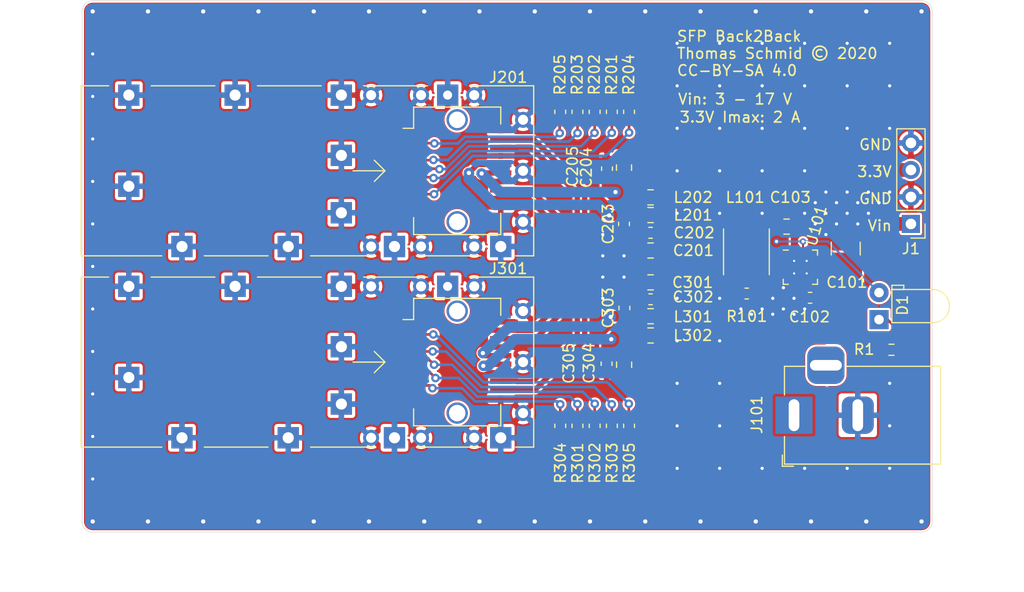
<source format=kicad_pcb>
(kicad_pcb (version 20171130) (host pcbnew 5.1.8)
  (layers (0 F.Cu signal) (31 B.Cu signal) (34 B.Paste user) (35 F.Paste user) (36 B.SilkS user) (37 F.SilkS user) (38 B.Mask user) (39 F.Mask user) (44 Edge.Cuts user))
  (net 0 "")
  (net 1 GND)
  (net 2 /sfp_module_1/RX-)
  (net 3 /sfp_module_1/RX+)
  (net 4 /sfp_module_2/VCC_T)
  (net 5 /sfp_module_2/VCC_R)
  (net 6 /sfp_module_2/RX+)
  (net 7 /sfp_module_2/RX-)
  (net 8 /sfp_module_2/RX_LOS)
  (net 9 /sfp_module_2/TX_FAULT)
  (net 10 /sfp_module_1/VCC_T)
  (net 11 /sfp_module_1/VCC_R)
  (net 12 /sfp_module_1/RX_LOS)
  (net 13 /sfp_module_1/TX_FAULT)
  (net 14 +3V3)
  (net 15 "Net-(C102-Pad1)")
  (net 16 "Net-(J201-Pad7)")
  (net 17 "Net-(J201-Pad6)")
  (net 18 "Net-(J201-Pad5)")
  (net 19 "Net-(J201-Pad4)")
  (net 20 "Net-(J201-Pad3)")
  (net 21 "Net-(J301-Pad7)")
  (net 22 "Net-(J301-Pad6)")
  (net 23 "Net-(J301-Pad5)")
  (net 24 "Net-(J301-Pad4)")
  (net 25 "Net-(J301-Pad3)")
  (net 26 "Net-(L101-Pad1)")
  (net 27 "Net-(R101-Pad2)")
  (net 28 "Net-(D1-Pad1)")
  (net 29 /Vin)
  (module Connector_PinHeader_2.54mm:PinHeader_1x04_P2.54mm_Vertical (layer F.Cu) (at 258 121 180)
    (fp_text reference J1 (at 0 -2.33) (layer F.SilkS))
    (fp_text value Conn_01x04)
    (pad 4 thru_hole oval (at 0 7.62 180) (size 1.7 1.7) (drill 1) (layers *.Cu *.Mask) (net 1 GND))
    (pad 3 thru_hole oval (at 0 5.08 180) (size 1.7 1.7) (drill 1) (layers *.Cu *.Mask) (net 14 +3V3))
    (pad 2 thru_hole oval (at 0 2.54 180) (size 1.7 1.7) (drill 1) (layers *.Cu *.Mask) (net 1 GND))
    (pad 1 thru_hole rect (at 0 0 180) (size 1.7 1.7) (drill 1) (layers *.Cu *.Mask) (net 29 /Vin))
  )
  (module Capacitor_SMD:C_0603_1608Metric (layer F.Cu) (at 229.4 115.8 90)
    (fp_text reference C205 (at 0.2125 -3.25 90) (layer F.SilkS))
    (fp_text value 100nF)
    (pad 2 smd roundrect (at 0.7875 0 90) (size 0.875 0.95) (layers F.Cu F.Paste F.Mask) (net 1 GND))
    (pad 1 smd roundrect (at -0.7875 0 90) (size 0.875 0.95) (layers F.Cu F.Paste F.Mask) (net 5 /sfp_module_2/VCC_R))
  )
  (module LED_THT:LED_D3.0mm_Horizontal_O1.27mm_Z2.0mm (layer F.Cu) (at 255 130 90)
    (fp_text reference D1 (at 1.35 2.2 90) (layer F.SilkS))
    (fp_text value LED)
    (pad 2 thru_hole circle (at 2.54 0 90) (size 1.8 1.8) (drill 0.9) (layers *.Cu *.Mask) (net 14 +3V3))
    (pad 1 thru_hole rect (at 0 0 90) (size 1.8 1.8) (drill 0.9) (layers *.Cu *.Mask) (net 28 "Net-(D1-Pad1)"))
  )
  (module Resistor_SMD:R_0603_1608Metric (layer F.Cu) (at 256.1722 132.842 180)
    (fp_text reference R1 (at 2.5722 0.042) (layer F.SilkS))
    (fp_text value 100k)
    (pad 2 smd roundrect (at 0.825 0 180) (size 0.8 0.95) (layers F.Cu F.Paste F.Mask) (net 1 GND))
    (pad 1 smd roundrect (at -0.825 0 180) (size 0.8 0.95) (layers F.Cu F.Paste F.Mask) (net 28 "Net-(D1-Pad1)"))
  )
  (module Connector_BarrelJack:BarrelJack_Horizontal (layer F.Cu) (at 247 139 180)
    (fp_text reference J101 (at 3.5 0.05 90) (layer F.SilkS))
    (fp_text value Barrel_Jack)
    (pad 3 thru_hole roundrect (at -3 4.7 180) (size 3.5 3.5) (drill oval 3 1) (layers *.Cu *.Mask))
    (pad 2 thru_hole roundrect (at -6 0 180) (size 3 3.5) (drill oval 1 3) (layers *.Cu *.Mask) (net 1 GND))
    (pad 1 thru_hole rect (at 0 0 180) (size 3.5 3.5) (drill oval 1 3) (layers *.Cu *.Mask) (net 29 /Vin))
  )
  (module Capacitor_SMD:C_0603_1608Metric (layer F.Cu) (at 229.3593 134.15 270)
    (fp_text reference C305 (at -0.038 3.5533 90) (layer F.SilkS))
    (fp_text value 100nF)
    (pad 2 smd roundrect (at 0.7875 0 270) (size 0.875 0.95) (layers F.Cu F.Paste F.Mask) (net 1 GND))
    (pad 1 smd roundrect (at -0.7875 0 270) (size 0.875 0.95) (layers F.Cu F.Paste F.Mask) (net 11 /sfp_module_1/VCC_R))
  )
  (module Capacitor_SMD:C_0805_2012Metric (layer F.Cu) (at 231.0093 134.25 270)
    (fp_text reference C304 (at -0.1507 3.2983 90) (layer F.SilkS))
    (fp_text value 10uF)
    (pad 2 smd roundrect (at 0.9375 0 270) (size 0.975 1.4) (layers F.Cu F.Paste F.Mask) (net 1 GND))
    (pad 1 smd roundrect (at -0.9375 0 270) (size 0.975 1.4) (layers F.Cu F.Paste F.Mask) (net 11 /sfp_module_1/VCC_R))
  )
  (module Capacitor_SMD:C_0603_1608Metric (layer F.Cu) (at 231.0384 128.905 90)
    (fp_text reference C303 (at 0.005 -1.5384 90) (layer F.SilkS))
    (fp_text value 100nF)
    (pad 2 smd roundrect (at 0.7875 0 90) (size 0.875 0.95) (layers F.Cu F.Paste F.Mask) (net 1 GND))
    (pad 1 smd roundrect (at -0.7875 0 90) (size 0.875 0.95) (layers F.Cu F.Paste F.Mask) (net 10 /sfp_module_1/VCC_T))
  )
  (module Capacitor_SMD:C_0603_1608Metric (layer F.Cu) (at 233.5 128.091666 180)
    (fp_text reference C302 (at -3.998438 0.221667) (layer F.SilkS))
    (fp_text value 100nF)
    (pad 2 smd roundrect (at 0.7875 0 180) (size 0.875 0.95) (layers F.Cu F.Paste F.Mask) (net 1 GND))
    (pad 1 smd roundrect (at -0.7875 0 180) (size 0.875 0.95) (layers F.Cu F.Paste F.Mask) (net 14 +3V3))
  )
  (module Capacitor_SMD:C_0805_2012Metric (layer F.Cu) (at 233.5 126.5 180)
    (fp_text reference C301 (at -3.960938 -0.0052) (layer F.SilkS))
    (fp_text value 10uF)
    (pad 2 smd roundrect (at 0.9375 0 180) (size 0.975 1.4) (layers F.Cu F.Paste F.Mask) (net 1 GND))
    (pad 1 smd roundrect (at -0.9375 0 180) (size 0.975 1.4) (layers F.Cu F.Paste F.Mask) (net 14 +3V3))
  )
  (module Capacitor_SMD:C_0805_2012Metric (layer F.Cu) (at 231 115.7 90)
    (fp_text reference C204 (at 0 -3.55 90) (layer F.SilkS))
    (fp_text value 10uF)
    (pad 2 smd roundrect (at 0.9375 0 90) (size 0.975 1.4) (layers F.Cu F.Paste F.Mask) (net 1 GND))
    (pad 1 smd roundrect (at -0.9375 0 90) (size 0.975 1.4) (layers F.Cu F.Paste F.Mask) (net 5 /sfp_module_2/VCC_R))
  )
  (module Capacitor_SMD:C_0603_1608Metric (layer F.Cu) (at 231 121 270)
    (fp_text reference C203 (at 0 1.5 90) (layer F.SilkS))
    (fp_text value 100nF)
    (pad 2 smd roundrect (at 0.7875 0 270) (size 0.875 0.95) (layers F.Cu F.Paste F.Mask) (net 1 GND))
    (pad 1 smd roundrect (at -0.7875 0 270) (size 0.875 0.95) (layers F.Cu F.Paste F.Mask) (net 4 /sfp_module_2/VCC_T))
  )
  (module Capacitor_SMD:C_0603_1608Metric (layer F.Cu) (at 233.5 121.833332 180)
    (fp_text reference C202 (at -4.095238 0) (layer F.SilkS))
    (fp_text value 100nF)
    (pad 2 smd roundrect (at 0.7875 0 180) (size 0.875 0.95) (layers F.Cu F.Paste F.Mask) (net 1 GND))
    (pad 1 smd roundrect (at -0.7875 0 180) (size 0.875 0.95) (layers F.Cu F.Paste F.Mask) (net 14 +3V3))
  )
  (module Capacitor_SMD:C_0805_2012Metric (layer F.Cu) (at 233.5 123.499998 180)
    (fp_text reference C201 (at -4.032738 0) (layer F.SilkS))
    (fp_text value 10uF)
    (pad 2 smd roundrect (at 0.9375 0 180) (size 0.975 1.4) (layers F.Cu F.Paste F.Mask) (net 1 GND))
    (pad 1 smd roundrect (at -0.9375 0 180) (size 0.975 1.4) (layers F.Cu F.Paste F.Mask) (net 14 +3V3))
  )
  (module Capacitor_SMD:C_0805_2012Metric (layer F.Cu) (at 246.3 121.25)
    (fp_text reference C103 (at 0.35 -2.75) (layer F.SilkS))
    (fp_text value 22uF)
    (pad 2 smd roundrect (at 0.9375 0) (size 0.975 1.4) (layers F.Cu F.Paste F.Mask) (net 1 GND))
    (pad 1 smd roundrect (at -0.9375 0) (size 0.975 1.4) (layers F.Cu F.Paste F.Mask) (net 14 +3V3))
  )
  (module Capacitor_SMD:C_0603_1608Metric (layer F.Cu) (at 248.5125 127.95 180)
    (fp_text reference C102 (at 0.0625 -1.8) (layer F.SilkS))
    (fp_text value 3.3nF)
    (pad 2 smd roundrect (at 0.7875 0 180) (size 0.875 0.95) (layers F.Cu F.Paste F.Mask) (net 1 GND))
    (pad 1 smd roundrect (at -0.7875 0 180) (size 0.875 0.95) (layers F.Cu F.Paste F.Mask) (net 15 "Net-(C102-Pad1)"))
  )
  (module Capacitor_SMD:C_1210_3225Metric (layer F.Cu) (at 251.8664 123.317 90)
    (fp_text reference C101 (at -3.175 0.1016 180) (layer F.SilkS))
    (fp_text value 10uF)
    (pad 2 smd roundrect (at 1.4 0 90) (size 1.25 2.65) (layers F.Cu F.Paste F.Mask) (roundrect_rratio 0.2) (net 1 GND))
    (pad 1 smd roundrect (at -1.4 0 90) (size 1.25 2.65) (layers F.Cu F.Paste F.Mask) (roundrect_rratio 0.2) (net 29 /Vin))
  )
  (module Resistor_SMD:R_0603_1608Metric (layer F.Cu) (at 242.55 127.55)
    (fp_text reference R101 (at 0 2.15 180) (layer F.SilkS))
    (fp_text value 100k)
    (pad 2 smd roundrect (at 0.7875 0) (size 0.875 0.95) (layers F.Cu F.Paste F.Mask) (net 27 "Net-(R101-Pad2)"))
    (pad 1 smd roundrect (at -0.7875 0) (size 0.875 0.95) (layers F.Cu F.Paste F.Mask) (net 14 +3V3))
  )
  (module Inductor_SMD:L_0805_2012Metric (layer F.Cu) (at 233.5022 131.4958 180)
    (fp_text reference L302 (at -3.9782 0.0004) (layer F.SilkS))
    (fp_text value 1uH)
    (pad 2 smd roundrect (at 0.9375 0 180) (size 0.975 1.4) (layers F.Cu F.Paste F.Mask) (net 11 /sfp_module_1/VCC_R))
    (pad 1 smd roundrect (at -0.9375 0 180) (size 0.975 1.4) (layers F.Cu F.Paste F.Mask) (net 14 +3V3))
  )
  (module Inductor_SMD:L_0805_2012Metric (layer F.Cu) (at 233.5 129.683332 180)
    (fp_text reference L301 (at -4.0032 -0.051466) (layer F.SilkS))
    (fp_text value 1uH)
    (pad 2 smd roundrect (at 0.9375 0 180) (size 0.975 1.4) (layers F.Cu F.Paste F.Mask) (net 10 /sfp_module_1/VCC_T))
    (pad 1 smd roundrect (at -0.9375 0 180) (size 0.975 1.4) (layers F.Cu F.Paste F.Mask) (net 14 +3V3))
  )
  (module Inductor_SMD:L_0805_2012Metric (layer F.Cu) (at 233.5 118.5 180)
    (fp_text reference L202 (at -4 0) (layer F.SilkS))
    (fp_text value 1uH)
    (pad 2 smd roundrect (at 0.9375 0 180) (size 0.975 1.4) (layers F.Cu F.Paste F.Mask) (net 5 /sfp_module_2/VCC_R))
    (pad 1 smd roundrect (at -0.9375 0 180) (size 0.975 1.4) (layers F.Cu F.Paste F.Mask) (net 14 +3V3))
  )
  (module Inductor_SMD:L_0805_2012Metric (layer F.Cu) (at 233.5 120.166666 180)
    (fp_text reference L201 (at -4 0) (layer F.SilkS))
    (fp_text value 1uH)
    (pad 2 smd roundrect (at 0.9375 0 180) (size 0.975 1.4) (layers F.Cu F.Paste F.Mask) (net 4 /sfp_module_2/VCC_T))
    (pad 1 smd roundrect (at -0.9375 0 180) (size 0.975 1.4) (layers F.Cu F.Paste F.Mask) (net 14 +3V3))
  )
  (module Connector:Connector_SFP_and_Cage (layer F.Cu) (at 221.5 134)
    (fp_text reference J301 (at -1.4 -8.8) (layer F.SilkS))
    (fp_text value SFP)
    (pad CAGE thru_hole circle (at -9.6 7.125) (size 1.5 1.5) (drill 0.95) (layers *.Cu *.Mask) (net 1 GND))
    (pad CAGE thru_hole circle (at -14.3 7.125) (size 1.5 1.5) (drill 0.95) (layers *.Cu *.Mask) (net 1 GND))
    (pad CAGE thru_hole circle (at -14.3 -7.125) (size 1.5 1.5) (drill 0.95) (layers *.Cu *.Mask) (net 1 GND))
    (pad CAGE thru_hole circle (at -9.6 -7.125) (size 1.5 1.5) (drill 0.95) (layers *.Cu *.Mask) (net 1 GND))
    (pad CAGE thru_hole circle (at -4.6 -7.125) (size 1.5 1.5) (drill 0.95) (layers *.Cu *.Mask) (net 1 GND))
    (pad CAGE thru_hole circle (at -4.6 7.125) (size 1.5 1.5) (drill 0.95) (layers *.Cu *.Mask) (net 1 GND))
    (pad CAGE thru_hole rect (at -17.1 -1.45) (size 2 2) (drill 1.05) (layers *.Cu *.Mask) (net 1 GND))
    (pad CAGE thru_hole rect (at -17.1 3.95) (size 2 2) (drill 1.05) (layers *.Cu *.Mask) (net 1 GND))
    (pad CAGE thru_hole rect (at -37.1 1.45) (size 2 2) (drill 1.05) (layers *.Cu *.Mask) (net 1 GND))
    (pad CAGE thru_hole rect (at -32.1 7.125) (size 2 2) (drill 1.05) (layers *.Cu *.Mask) (net 1 GND))
    (pad CAGE thru_hole rect (at -22.1 7.125) (size 2 2) (drill 1.05) (layers *.Cu *.Mask) (net 1 GND))
    (pad CAGE thru_hole rect (at -12.1 7.125) (size 2 2) (drill 1.05) (layers *.Cu *.Mask) (net 1 GND))
    (pad CAGE thru_hole rect (at -2.1 7.125) (size 2 2) (drill 1.05) (layers *.Cu *.Mask) (net 1 GND))
    (pad CAGE thru_hole circle (at 0 4.8) (size 1.5 1.5) (drill 0.95) (layers *.Cu *.Mask) (net 1 GND))
    (pad CAGE thru_hole circle (at 0 -4.8) (size 1.5 1.5) (drill 0.95) (layers *.Cu *.Mask) (net 1 GND))
    (pad CAGE thru_hole circle (at 0 0) (size 1.5 1.5) (drill 0.95) (layers *.Cu *.Mask) (net 1 GND))
    (pad CAGE thru_hole rect (at -37.1 -7.125) (size 2 2) (drill 1.05) (layers *.Cu *.Mask) (net 1 GND))
    (pad CAGE thru_hole rect (at -27.1 -7.125) (size 2 2) (drill 1.05) (layers *.Cu *.Mask) (net 1 GND))
    (pad CAGE thru_hole rect (at -17.1 -7.125) (size 2 2) (drill 1.05) (layers *.Cu *.Mask) (net 1 GND))
    (pad CAGE thru_hole rect (at -7.1 -7.125) (size 2 2) (drill 0.85) (layers *.Cu *.Mask) (net 1 GND))
    (pad "" np_thru_hole circle (at -6.2 -4.8) (size 2 2) (drill 1.55) (layers *.Cu *.Mask))
    (pad "" np_thru_hole circle (at -6.2 4.8) (size 2 2) (drill 1.55) (layers *.Cu *.Mask))
    (pad 20 smd rect (at -2.1 -3.8) (size 2 0.5) (layers F.Cu F.Paste F.Mask) (net 1 GND))
    (pad 19 smd rect (at -2.1 -3) (size 2 0.5) (layers F.Cu F.Paste F.Mask) (net 7 /sfp_module_2/RX-))
    (pad 18 smd rect (at -2.1 -2.2) (size 2 0.5) (layers F.Cu F.Paste F.Mask) (net 6 /sfp_module_2/RX+))
    (pad 17 smd rect (at -2.1 -1.4) (size 2 0.5) (layers F.Cu F.Paste F.Mask) (net 1 GND))
    (pad 16 smd rect (at -2.1 -0.6) (size 2 0.5) (layers F.Cu F.Paste F.Mask) (net 10 /sfp_module_1/VCC_T))
    (pad 15 smd rect (at -2.1 0.2) (size 2 0.5) (layers F.Cu F.Paste F.Mask) (net 11 /sfp_module_1/VCC_R))
    (pad 14 smd rect (at -2.1 1) (size 2 0.5) (layers F.Cu F.Paste F.Mask) (net 1 GND))
    (pad 13 smd rect (at -2.1 1.8) (size 2 0.5) (layers F.Cu F.Paste F.Mask) (net 3 /sfp_module_1/RX+))
    (pad 12 smd rect (at -2.1 2.6) (size 2 0.5) (layers F.Cu F.Paste F.Mask) (net 2 /sfp_module_1/RX-))
    (pad 11 smd rect (at -2.1 3.4) (size 2 0.5) (layers F.Cu F.Paste F.Mask) (net 1 GND))
    (pad 10 smd rect (at -10.3 3.8) (size 2 0.5) (layers F.Cu F.Paste F.Mask) (net 1 GND))
    (pad 9 smd rect (at -10.3 3) (size 2 0.5) (layers F.Cu F.Paste F.Mask) (net 1 GND))
    (pad 8 smd rect (at -10.3 2.2) (size 2 0.5) (layers F.Cu F.Paste F.Mask) (net 12 /sfp_module_1/RX_LOS))
    (pad 7 smd rect (at -10.3 1.4) (size 2 0.5) (layers F.Cu F.Paste F.Mask) (net 21 "Net-(J301-Pad7)"))
    (pad 6 smd rect (at -10.3 0.6) (size 2 0.5) (layers F.Cu F.Paste F.Mask) (net 22 "Net-(J301-Pad6)"))
    (pad 5 smd rect (at -10.3 -0.2) (size 2 0.5) (layers F.Cu F.Paste F.Mask) (net 23 "Net-(J301-Pad5)"))
    (pad 4 smd rect (at -10.3 -1) (size 2 0.5) (layers F.Cu F.Paste F.Mask) (net 24 "Net-(J301-Pad4)"))
    (pad 3 smd rect (at -10.3 -1.8) (size 2 0.5) (layers F.Cu F.Paste F.Mask) (net 25 "Net-(J301-Pad3)"))
    (pad 2 smd rect (at -10.3 -2.6) (size 2 0.5) (layers F.Cu F.Paste F.Mask) (net 13 /sfp_module_1/TX_FAULT))
    (pad 1 smd rect (at -10.3 -3.4) (size 2 0.5) (layers F.Cu F.Paste F.Mask) (net 1 GND))
  )
  (module Connector:Connector_SFP_and_Cage (layer F.Cu) (at 221.5 116)
    (fp_text reference J201 (at -1.4 -8.8) (layer F.SilkS))
    (fp_text value SFP)
    (pad CAGE thru_hole circle (at -9.6 7.125) (size 1.5 1.5) (drill 0.95) (layers *.Cu *.Mask) (net 1 GND))
    (pad CAGE thru_hole circle (at -14.3 7.125) (size 1.5 1.5) (drill 0.95) (layers *.Cu *.Mask) (net 1 GND))
    (pad CAGE thru_hole circle (at -14.3 -7.125) (size 1.5 1.5) (drill 0.95) (layers *.Cu *.Mask) (net 1 GND))
    (pad CAGE thru_hole circle (at -9.6 -7.125) (size 1.5 1.5) (drill 0.95) (layers *.Cu *.Mask) (net 1 GND))
    (pad CAGE thru_hole circle (at -4.6 -7.125) (size 1.5 1.5) (drill 0.95) (layers *.Cu *.Mask) (net 1 GND))
    (pad CAGE thru_hole circle (at -4.6 7.125) (size 1.5 1.5) (drill 0.95) (layers *.Cu *.Mask) (net 1 GND))
    (pad CAGE thru_hole rect (at -17.1 -1.45) (size 2 2) (drill 1.05) (layers *.Cu *.Mask) (net 1 GND))
    (pad CAGE thru_hole rect (at -17.1 3.95) (size 2 2) (drill 1.05) (layers *.Cu *.Mask) (net 1 GND))
    (pad CAGE thru_hole rect (at -37.1 1.45) (size 2 2) (drill 1.05) (layers *.Cu *.Mask) (net 1 GND))
    (pad CAGE thru_hole rect (at -32.1 7.125) (size 2 2) (drill 1.05) (layers *.Cu *.Mask) (net 1 GND))
    (pad CAGE thru_hole rect (at -22.1 7.125) (size 2 2) (drill 1.05) (layers *.Cu *.Mask) (net 1 GND))
    (pad CAGE thru_hole rect (at -12.1 7.125) (size 2 2) (drill 1.05) (layers *.Cu *.Mask) (net 1 GND))
    (pad CAGE thru_hole rect (at -2.1 7.125) (size 2 2) (drill 1.05) (layers *.Cu *.Mask) (net 1 GND))
    (pad CAGE thru_hole circle (at 0 4.8) (size 1.5 1.5) (drill 0.95) (layers *.Cu *.Mask) (net 1 GND))
    (pad CAGE thru_hole circle (at 0 -4.8) (size 1.5 1.5) (drill 0.95) (layers *.Cu *.Mask) (net 1 GND))
    (pad CAGE thru_hole circle (at 0 0) (size 1.5 1.5) (drill 0.95) (layers *.Cu *.Mask) (net 1 GND))
    (pad CAGE thru_hole rect (at -37.1 -7.125) (size 2 2) (drill 1.05) (layers *.Cu *.Mask) (net 1 GND))
    (pad CAGE thru_hole rect (at -27.1 -7.125) (size 2 2) (drill 1.05) (layers *.Cu *.Mask) (net 1 GND))
    (pad CAGE thru_hole rect (at -17.1 -7.125) (size 2 2) (drill 1.05) (layers *.Cu *.Mask) (net 1 GND))
    (pad CAGE thru_hole rect (at -7.1 -7.125) (size 2 2) (drill 0.85) (layers *.Cu *.Mask) (net 1 GND))
    (pad "" np_thru_hole circle (at -6.2 -4.8) (size 2 2) (drill 1.55) (layers *.Cu *.Mask))
    (pad "" np_thru_hole circle (at -6.2 4.8) (size 2 2) (drill 1.55) (layers *.Cu *.Mask))
    (pad 20 smd rect (at -2.1 -3.8) (size 2 0.5) (layers F.Cu F.Paste F.Mask) (net 1 GND))
    (pad 19 smd rect (at -2.1 -3) (size 2 0.5) (layers F.Cu F.Paste F.Mask) (net 2 /sfp_module_1/RX-))
    (pad 18 smd rect (at -2.1 -2.2) (size 2 0.5) (layers F.Cu F.Paste F.Mask) (net 3 /sfp_module_1/RX+))
    (pad 17 smd rect (at -2.1 -1.4) (size 2 0.5) (layers F.Cu F.Paste F.Mask) (net 1 GND))
    (pad 16 smd rect (at -2.1 -0.6) (size 2 0.5) (layers F.Cu F.Paste F.Mask) (net 4 /sfp_module_2/VCC_T))
    (pad 15 smd rect (at -2.1 0.2) (size 2 0.5) (layers F.Cu F.Paste F.Mask) (net 5 /sfp_module_2/VCC_R))
    (pad 14 smd rect (at -2.1 1) (size 2 0.5) (layers F.Cu F.Paste F.Mask) (net 1 GND))
    (pad 13 smd rect (at -2.1 1.8) (size 2 0.5) (layers F.Cu F.Paste F.Mask) (net 6 /sfp_module_2/RX+))
    (pad 12 smd rect (at -2.1 2.6) (size 2 0.5) (layers F.Cu F.Paste F.Mask) (net 7 /sfp_module_2/RX-))
    (pad 11 smd rect (at -2.1 3.4) (size 2 0.5) (layers F.Cu F.Paste F.Mask) (net 1 GND))
    (pad 10 smd rect (at -10.3 3.8) (size 2 0.5) (layers F.Cu F.Paste F.Mask) (net 1 GND))
    (pad 9 smd rect (at -10.3 3) (size 2 0.5) (layers F.Cu F.Paste F.Mask) (net 1 GND))
    (pad 8 smd rect (at -10.3 2.2) (size 2 0.5) (layers F.Cu F.Paste F.Mask) (net 8 /sfp_module_2/RX_LOS))
    (pad 7 smd rect (at -10.3 1.4) (size 2 0.5) (layers F.Cu F.Paste F.Mask) (net 16 "Net-(J201-Pad7)"))
    (pad 6 smd rect (at -10.3 0.6) (size 2 0.5) (layers F.Cu F.Paste F.Mask) (net 17 "Net-(J201-Pad6)"))
    (pad 5 smd rect (at -10.3 -0.2) (size 2 0.5) (layers F.Cu F.Paste F.Mask) (net 18 "Net-(J201-Pad5)"))
    (pad 4 smd rect (at -10.3 -1) (size 2 0.5) (layers F.Cu F.Paste F.Mask) (net 19 "Net-(J201-Pad4)"))
    (pad 3 smd rect (at -10.3 -1.8) (size 2 0.5) (layers F.Cu F.Paste F.Mask) (net 20 "Net-(J201-Pad3)"))
    (pad 2 smd rect (at -10.3 -2.6) (size 2 0.5) (layers F.Cu F.Paste F.Mask) (net 9 /sfp_module_2/TX_FAULT))
    (pad 1 smd rect (at -10.3 -3.4) (size 2 0.5) (layers F.Cu F.Paste F.Mask) (net 1 GND))
  )
  (module Inductor_SMD:L_Coilcraft_XxL4020 (layer F.Cu) (at 242.5192 123.6218 90)
    (fp_text reference L101 (at 5.1218 -0.1192 180) (layer F.SilkS))
    (fp_text value L)
    (pad 2 smd rect (at 1.185 0 90) (size 0.98 3.4) (layers F.Cu F.Paste F.Mask) (net 14 +3V3))
    (pad 1 smd rect (at -1.185 0 90) (size 0.98 3.4) (layers F.Cu F.Paste F.Mask) (net 26 "Net-(L101-Pad1)"))
  )
  (module Package_DFN_QFN:VQFN-16-1EP_3x3mm_P0.5mm_EP1.68x1.68mm_ThermalVias (layer F.Cu) (at 247.5992 125.0696)
    (fp_text reference U101 (at 1.5008 -3.9196 75) (layer F.SilkS))
    (fp_text value TPS62142)
    (pad 17 smd rect (at 0 0) (size 1.68 1.68) (layers B.Cu) (net 1 GND))
    (pad 17 thru_hole circle (at 0.59 0.59) (size 0.5 0.5) (drill 0.2) (layers *.Cu) (net 1 GND))
    (pad 17 thru_hole circle (at -0.59 0.59) (size 0.5 0.5) (drill 0.2) (layers *.Cu) (net 1 GND))
    (pad 17 thru_hole circle (at 0.59 -0.59) (size 0.5 0.5) (drill 0.2) (layers *.Cu) (net 1 GND))
    (pad 17 thru_hole circle (at -0.59 -0.59) (size 0.5 0.5) (drill 0.2) (layers *.Cu) (net 1 GND))
    (pad 17 smd rect (at 0 0) (size 1.68 1.68) (layers F.Cu F.Mask) (net 1 GND))
    (pad 16 smd roundrect (at -0.75 -1.4625) (size 0.25 0.825) (layers F.Cu F.Paste F.Mask) (net 1 GND))
    (pad 15 smd roundrect (at -0.25 -1.4625) (size 0.25 0.825) (layers F.Cu F.Paste F.Mask) (net 1 GND))
    (pad 14 smd roundrect (at 0.25 -1.4625) (size 0.25 0.825) (layers F.Cu F.Paste F.Mask) (net 14 +3V3))
    (pad 13 smd roundrect (at 0.75 -1.4625) (size 0.25 0.825) (layers F.Cu F.Paste F.Mask) (net 29 /Vin))
    (pad 12 smd roundrect (at 1.4625 -0.75) (size 0.825 0.25) (layers F.Cu F.Paste F.Mask) (net 29 /Vin))
    (pad 11 smd roundrect (at 1.4625 -0.25) (size 0.825 0.25) (layers F.Cu F.Paste F.Mask) (net 29 /Vin))
    (pad 10 smd roundrect (at 1.4625 0.25) (size 0.825 0.25) (layers F.Cu F.Paste F.Mask) (net 29 /Vin))
    (pad 9 smd roundrect (at 1.4625 0.75) (size 0.825 0.25) (layers F.Cu F.Paste F.Mask) (net 15 "Net-(C102-Pad1)"))
    (pad 8 smd roundrect (at 0.75 1.4625) (size 0.25 0.825) (layers F.Cu F.Paste F.Mask) (net 1 GND))
    (pad 7 smd roundrect (at 0.25 1.4625) (size 0.25 0.825) (layers F.Cu F.Paste F.Mask) (net 1 GND))
    (pad 6 smd roundrect (at -0.25 1.4625) (size 0.25 0.825) (layers F.Cu F.Paste F.Mask) (net 1 GND))
    (pad 5 smd roundrect (at -0.75 1.4625) (size 0.25 0.825) (layers F.Cu F.Paste F.Mask) (net 1 GND))
    (pad 4 smd roundrect (at -1.4625 0.75) (size 0.825 0.25) (layers F.Cu F.Paste F.Mask) (net 27 "Net-(R101-Pad2)"))
    (pad 3 smd roundrect (at -1.4625 0.25) (size 0.825 0.25) (layers F.Cu F.Paste F.Mask) (net 26 "Net-(L101-Pad1)"))
    (pad 2 smd roundrect (at -1.4625 -0.25) (size 0.825 0.25) (layers F.Cu F.Paste F.Mask) (net 26 "Net-(L101-Pad1)"))
    (pad 1 smd roundrect (at -1.4625 -0.75) (size 0.825 0.25) (layers F.Cu F.Paste F.Mask) (net 26 "Net-(L101-Pad1)"))
  )
  (module Resistor_SMD:R_0603_1608Metric (layer F.Cu) (at 231.475 140 270)
    (fp_text reference R305 (at 3.5052 -0.0203 90) (layer F.SilkS))
    (fp_text value 10k)
    (pad 2 smd roundrect (at 0.7875 0 270) (size 0.875 0.95) (layers F.Cu F.Paste F.Mask) (net 10 /sfp_module_1/VCC_T))
    (pad 1 smd roundrect (at -0.7875 0 270) (size 0.875 0.95) (layers F.Cu F.Paste F.Mask) (net 13 /sfp_module_1/TX_FAULT))
  )
  (module Resistor_SMD:R_0603_1608Metric (layer F.Cu) (at 225 140 270)
    (fp_text reference R304 (at 3.5052 -0.0203 90) (layer F.SilkS))
    (fp_text value 10k)
    (pad 2 smd roundrect (at 0.7875 0 270) (size 0.875 0.95) (layers F.Cu F.Paste F.Mask) (net 10 /sfp_module_1/VCC_T))
    (pad 1 smd roundrect (at -0.7875 0 270) (size 0.875 0.95) (layers F.Cu F.Paste F.Mask) (net 12 /sfp_module_1/RX_LOS))
  )
  (module Resistor_SMD:R_0603_1608Metric (layer F.Cu) (at 229.85625 140 270)
    (fp_text reference R303 (at 3.5052 -0.0203 90) (layer F.SilkS))
    (fp_text value 10k)
    (pad 2 smd roundrect (at 0.7875 0 270) (size 0.875 0.95) (layers F.Cu F.Paste F.Mask) (net 10 /sfp_module_1/VCC_T))
    (pad 1 smd roundrect (at -0.7875 0 270) (size 0.875 0.95) (layers F.Cu F.Paste F.Mask) (net 24 "Net-(J301-Pad4)"))
  )
  (module Resistor_SMD:R_0603_1608Metric (layer F.Cu) (at 228.2375 140 270)
    (fp_text reference R302 (at 3.5052 -0.0203 90) (layer F.SilkS))
    (fp_text value 10k)
    (pad 2 smd roundrect (at 0.7875 0 270) (size 0.875 0.95) (layers F.Cu F.Paste F.Mask) (net 10 /sfp_module_1/VCC_T))
    (pad 1 smd roundrect (at -0.7875 0 270) (size 0.875 0.95) (layers F.Cu F.Paste F.Mask) (net 23 "Net-(J301-Pad5)"))
  )
  (module Resistor_SMD:R_0603_1608Metric (layer F.Cu) (at 226.61875 140 270)
    (fp_text reference R301 (at 3.5052 -0.0203 90) (layer F.SilkS))
    (fp_text value 10k)
    (pad 2 smd roundrect (at 0.7875 0 270) (size 0.875 0.95) (layers F.Cu F.Paste F.Mask) (net 10 /sfp_module_1/VCC_T))
    (pad 1 smd roundrect (at -0.7875 0 270) (size 0.875 0.95) (layers F.Cu F.Paste F.Mask) (net 22 "Net-(J301-Pad6)"))
  )
  (module Resistor_SMD:R_0603_1608Metric (layer F.Cu) (at 225 110.45 90)
    (fp_text reference R205 (at 3.5 -0.03 90) (layer F.SilkS))
    (fp_text value 10k)
    (pad 2 smd roundrect (at 0.7875 0 90) (size 0.875 0.95) (layers F.Cu F.Paste F.Mask) (net 4 /sfp_module_2/VCC_T))
    (pad 1 smd roundrect (at -0.7875 0 90) (size 0.875 0.95) (layers F.Cu F.Paste F.Mask) (net 9 /sfp_module_2/TX_FAULT))
  )
  (module Resistor_SMD:R_0603_1608Metric (layer F.Cu) (at 231.475 110.45 90)
    (fp_text reference R204 (at 3.5 -0.03 90) (layer F.SilkS))
    (fp_text value 10k)
    (pad 2 smd roundrect (at 0.7875 0 90) (size 0.875 0.95) (layers F.Cu F.Paste F.Mask) (net 4 /sfp_module_2/VCC_T))
    (pad 1 smd roundrect (at -0.7875 0 90) (size 0.875 0.95) (layers F.Cu F.Paste F.Mask) (net 8 /sfp_module_2/RX_LOS))
  )
  (module Resistor_SMD:R_0603_1608Metric (layer F.Cu) (at 226.61875 110.45 90)
    (fp_text reference R203 (at 3.5 -0.03 90) (layer F.SilkS))
    (fp_text value 10k)
    (pad 2 smd roundrect (at 0.7875 0 90) (size 0.875 0.95) (layers F.Cu F.Paste F.Mask) (net 4 /sfp_module_2/VCC_T))
    (pad 1 smd roundrect (at -0.7875 0 90) (size 0.875 0.95) (layers F.Cu F.Paste F.Mask) (net 19 "Net-(J201-Pad4)"))
  )
  (module Resistor_SMD:R_0603_1608Metric (layer F.Cu) (at 228.2375 110.45 90)
    (fp_text reference R202 (at 3.5 -0.03 90) (layer F.SilkS))
    (fp_text value 10k)
    (pad 2 smd roundrect (at 0.7875 0 90) (size 0.875 0.95) (layers F.Cu F.Paste F.Mask) (net 4 /sfp_module_2/VCC_T))
    (pad 1 smd roundrect (at -0.7875 0 90) (size 0.875 0.95) (layers F.Cu F.Paste F.Mask) (net 18 "Net-(J201-Pad5)"))
  )
  (module Resistor_SMD:R_0603_1608Metric (layer F.Cu) (at 229.85625 110.45 90)
    (fp_text reference R201 (at 3.5 -0.03 90) (layer F.SilkS))
    (fp_text value 10k)
    (pad 2 smd roundrect (at 0.7875 0 90) (size 0.875 0.95) (layers F.Cu F.Paste F.Mask) (net 4 /sfp_module_2/VCC_T))
    (pad 1 smd roundrect (at -0.7875 0 90) (size 0.875 0.95) (layers F.Cu F.Paste F.Mask) (net 17 "Net-(J201-Pad6)"))
  )
  (gr_text Vin (at 256.286 121.158) (layer F.SilkS) (effects (font (size 1 1)) (justify right)))
  (gr_text GND (at 256.286 118.618) (layer F.SilkS) (effects (font (size 1 1)) (justify right)))
  (gr_text 3.3V (at 256.286 116.078) (layer F.SilkS) (effects (font (size 1 1)) (justify right)))
  (gr_text GND (at 256.286 113.538) (layer F.SilkS) (effects (font (size 1 1)) (justify right)))
  (gr_text "3.3V Imax: 2 A" (at 236.15 110.95) (layer F.SilkS) (effects (font (size 1 1)) (justify left)))
  (gr_text "Vin: 3 - 17 V" (at 236 109.25) (layer F.SilkS) (effects (font (size 1 1)) (justify left)))
  (gr_text "SFP Back2Back\nThomas Schmid © 2020\nCC-BY-SA 4.0" (at 235.9 104.95) (layer F.SilkS) (effects (font (size 1 1)) (justify left)))
  (gr_arc (start 181 101) (end 181 100) (angle -90) (layer Edge.Cuts) (width 0.05))
  (gr_arc (start 259 101) (end 260 101) (angle -90) (layer Edge.Cuts) (width 0.05))
  (gr_arc (start 259 149) (end 259 150) (angle -90) (layer Edge.Cuts) (width 0.05))
  (gr_arc (start 181 149) (end 180 149) (angle -90) (layer Edge.Cuts) (width 0.05))
  (gr_line (start 180 101) (end 180 149) (layer Edge.Cuts) (width 0.05))
  (gr_line (start 259 100) (end 181 100) (layer Edge.Cuts) (width 0.05))
  (gr_line (start 260 149) (end 260 101) (layer Edge.Cuts) (width 0.05))
  (gr_line (start 181 150) (end 259 150) (layer Edge.Cuts) (width 0.05))
  (via (at 253.8 149) (size 0.8) (drill 0.4) (layers F.Cu B.Cu) (net 1))
  (via (at 233 149) (size 0.8) (drill 0.4) (layers F.Cu B.Cu) (net 1))
  (via (at 191.4 149) (size 0.8) (drill 0.4) (layers F.Cu B.Cu) (net 1))
  (via (at 201.8 149) (size 0.8) (drill 0.4) (layers F.Cu B.Cu) (net 1))
  (via (at 243.4 149) (size 0.8) (drill 0.4) (layers F.Cu B.Cu) (net 1))
  (via (at 238.2 149) (size 0.8) (drill 0.4) (layers F.Cu B.Cu) (net 1))
  (via (at 248.6 149) (size 0.8) (drill 0.4) (layers F.Cu B.Cu) (net 1))
  (via (at 227.8 149) (size 0.8) (drill 0.4) (layers F.Cu B.Cu) (net 1))
  (via (at 212.2 149) (size 0.8) (drill 0.4) (layers F.Cu B.Cu) (net 1))
  (via (at 259 149) (size 0.8) (drill 0.4) (layers F.Cu B.Cu) (net 1))
  (via (at 217.4 149) (size 0.8) (drill 0.4) (layers F.Cu B.Cu) (net 1))
  (via (at 186.2 149) (size 0.8) (drill 0.4) (layers F.Cu B.Cu) (net 1))
  (via (at 196.6 149) (size 0.8) (drill 0.4) (layers F.Cu B.Cu) (net 1))
  (via (at 222.6 149) (size 0.8) (drill 0.4) (layers F.Cu B.Cu) (net 1))
  (via (at 207 149) (size 0.8) (drill 0.4) (layers F.Cu B.Cu) (net 1))
  (via (at 181 149) (size 0.8) (drill 0.4) (layers F.Cu B.Cu) (net 1))
  (via (at 229 124) (size 0.6) (drill 0.3) (layers F.Cu B.Cu) (net 1))
  (via (at 229 126) (size 0.6) (drill 0.3) (layers F.Cu B.Cu) (net 1))
  (via (at 231 126) (size 0.6) (drill 0.3) (layers F.Cu B.Cu) (net 1))
  (via (at 231 124) (size 0.6) (drill 0.3) (layers F.Cu B.Cu) (net 1))
  (via (at 229 122) (size 0.6) (drill 0.3) (layers F.Cu B.Cu) (net 1))
  (via (at 229 128) (size 0.6) (drill 0.3) (layers F.Cu B.Cu) (net 1))
  (via (at 181 101) (size 0.8) (drill 0.4) (layers F.Cu B.Cu) (net 1))
  (via (at 259 101) (size 0.8) (drill 0.4) (layers F.Cu B.Cu) (net 1))
  (via (at 186.2 101) (size 0.8) (drill 0.4) (layers F.Cu B.Cu) (net 1))
  (via (at 191.4 101) (size 0.8) (drill 0.4) (layers F.Cu B.Cu) (net 1))
  (via (at 196.6 101) (size 0.8) (drill 0.4) (layers F.Cu B.Cu) (net 1))
  (via (at 201.8 101) (size 0.8) (drill 0.4) (layers F.Cu B.Cu) (net 1))
  (via (at 207 101) (size 0.8) (drill 0.4) (layers F.Cu B.Cu) (net 1))
  (via (at 212.2 101) (size 0.8) (drill 0.4) (layers F.Cu B.Cu) (net 1))
  (via (at 217.4 101) (size 0.8) (drill 0.4) (layers F.Cu B.Cu) (net 1))
  (via (at 222.6 101) (size 0.8) (drill 0.4) (layers F.Cu B.Cu) (net 1))
  (via (at 227.8 101) (size 0.8) (drill 0.4) (layers F.Cu B.Cu) (net 1))
  (via (at 233 101) (size 0.8) (drill 0.4) (layers F.Cu B.Cu) (net 1))
  (via (at 238.2 101) (size 0.8) (drill 0.4) (layers F.Cu B.Cu) (net 1))
  (via (at 243.4 101) (size 0.8) (drill 0.4) (layers F.Cu B.Cu) (net 1))
  (via (at 248.6 101) (size 0.8) (drill 0.4) (layers F.Cu B.Cu) (net 1))
  (via (at 253.8 101) (size 0.8) (drill 0.4) (layers F.Cu B.Cu) (net 1))
  (via (at 236 128) (size 0.6) (drill 0.3) (layers F.Cu B.Cu) (net 1))
  (via (at 240 128) (size 0.6) (drill 0.3) (layers F.Cu B.Cu) (net 1))
  (via (at 236 132) (size 0.6) (drill 0.3) (layers F.Cu B.Cu) (net 1))
  (via (at 240 132) (size 0.6) (drill 0.3) (layers F.Cu B.Cu) (net 1))
  (via (at 236 136) (size 0.6) (drill 0.3) (layers F.Cu B.Cu) (net 1))
  (via (at 240 136) (size 0.6) (drill 0.3) (layers F.Cu B.Cu) (net 1))
  (via (at 236 140) (size 0.6) (drill 0.3) (layers F.Cu B.Cu) (net 1))
  (via (at 240 140) (size 0.6) (drill 0.3) (layers F.Cu B.Cu) (net 1))
  (via (at 242 129) (size 0.6) (drill 0.3) (layers F.Cu B.Cu) (net 1))
  (via (at 244 129) (size 0.6) (drill 0.3) (layers F.Cu B.Cu) (net 1))
  (via (at 246 129) (size 0.6) (drill 0.3) (layers F.Cu B.Cu) (net 1))
  (via (at 246 127) (size 0.6) (drill 0.3) (layers F.Cu B.Cu) (net 1))
  (via (at 248 129) (size 0.6) (drill 0.3) (layers F.Cu B.Cu) (net 1))
  (via (at 240 144) (size 0.6) (drill 0.3) (layers F.Cu B.Cu) (net 1))
  (via (at 236 144) (size 0.6) (drill 0.3) (layers F.Cu B.Cu) (net 1))
  (via (at 244 144) (size 0.6) (drill 0.3) (layers F.Cu B.Cu) (net 1))
  (via (at 248 144) (size 0.6) (drill 0.3) (layers F.Cu B.Cu) (net 1))
  (via (at 252 144) (size 0.6) (drill 0.3) (layers F.Cu B.Cu) (net 1))
  (via (at 236 120) (size 0.6) (drill 0.3) (layers F.Cu B.Cu) (net 1))
  (via (at 236 116) (size 0.6) (drill 0.3) (layers F.Cu B.Cu) (net 1))
  (via (at 240 116) (size 0.6) (drill 0.3) (layers F.Cu B.Cu) (net 1))
  (via (at 244 116) (size 0.6) (drill 0.3) (layers F.Cu B.Cu) (net 1))
  (via (at 248 116) (size 0.6) (drill 0.3) (layers F.Cu B.Cu) (net 1))
  (via (at 252 112) (size 0.6) (drill 0.3) (layers F.Cu B.Cu) (net 1))
  (via (at 248 112) (size 0.6) (drill 0.3) (layers F.Cu B.Cu) (net 1))
  (via (at 244 112) (size 0.6) (drill 0.3) (layers F.Cu B.Cu) (net 1))
  (via (at 240 112) (size 0.6) (drill 0.3) (layers F.Cu B.Cu) (net 1))
  (via (at 236 112) (size 0.6) (drill 0.3) (layers F.Cu B.Cu) (net 1))
  (via (at 236 108) (size 0.6) (drill 0.3) (layers F.Cu B.Cu) (net 1))
  (via (at 240 108) (size 0.6) (drill 0.3) (layers F.Cu B.Cu) (net 1))
  (via (at 244 108) (size 0.6) (drill 0.3) (layers F.Cu B.Cu) (net 1))
  (via (at 248 108) (size 0.6) (drill 0.3) (layers F.Cu B.Cu) (net 1))
  (via (at 252 108) (size 0.6) (drill 0.3) (layers F.Cu B.Cu) (net 1))
  (via (at 252 104) (size 0.6) (drill 0.3) (layers F.Cu B.Cu) (net 1))
  (via (at 248 104) (size 0.6) (drill 0.3) (layers F.Cu B.Cu) (net 1))
  (via (at 244 104) (size 0.6) (drill 0.3) (layers F.Cu B.Cu) (net 1))
  (via (at 240 104) (size 0.6) (drill 0.3) (layers F.Cu B.Cu) (net 1))
  (via (at 236 104) (size 0.6) (drill 0.3) (layers F.Cu B.Cu) (net 1))
  (via (at 256 104) (size 0.6) (drill 0.3) (layers F.Cu B.Cu) (net 1))
  (via (at 256 108) (size 0.6) (drill 0.3) (layers F.Cu B.Cu) (net 1))
  (via (at 252 120) (size 0.6) (drill 0.3) (layers F.Cu B.Cu) (net 1))
  (via (at 248 120) (size 0.6) (drill 0.3) (layers F.Cu B.Cu) (net 1))
  (via (at 256 144) (size 0.6) (drill 0.3) (layers F.Cu B.Cu) (net 1))
  (via (at 256 140) (size 0.6) (drill 0.3) (layers F.Cu B.Cu) (net 1))
  (via (at 256 136) (size 0.6) (drill 0.3) (layers F.Cu B.Cu) (net 1))
  (via (at 181 105) (size 0.6) (drill 0.3) (layers F.Cu B.Cu) (net 1))
  (via (at 181 109) (size 0.6) (drill 0.3) (layers F.Cu B.Cu) (net 1))
  (via (at 181 113) (size 0.6) (drill 0.3) (layers F.Cu B.Cu) (net 1))
  (via (at 181 117) (size 0.6) (drill 0.3) (layers F.Cu B.Cu) (net 1))
  (via (at 181 121) (size 0.6) (drill 0.3) (layers F.Cu B.Cu) (net 1))
  (via (at 181 125) (size 0.6) (drill 0.3) (layers F.Cu B.Cu) (net 1))
  (via (at 181 129) (size 0.6) (drill 0.3) (layers F.Cu B.Cu) (net 1))
  (via (at 181 133) (size 0.6) (drill 0.3) (layers F.Cu B.Cu) (net 1))
  (via (at 181 137) (size 0.6) (drill 0.3) (layers F.Cu B.Cu) (net 1))
  (via (at 181 141) (size 0.6) (drill 0.3) (layers F.Cu B.Cu) (net 1))
  (via (at 181 145) (size 0.6) (drill 0.3) (layers F.Cu B.Cu) (net 1))
  (via (at 250 120) (size 0.6) (drill 0.3) (layers F.Cu B.Cu) (net 1))
  (via (at 250 118) (size 0.6) (drill 0.3) (layers F.Cu B.Cu) (net 1))
  (via (at 252 118) (size 0.6) (drill 0.3) (layers F.Cu B.Cu) (net 1))
  (via (at 250 122) (size 0.6) (drill 0.3) (layers F.Cu B.Cu) (net 1))
  (via (at 245 128) (size 0.6) (drill 0.3) (layers F.Cu B.Cu) (net 1))
  (via (at 247 128) (size 0.6) (drill 0.3) (layers F.Cu B.Cu) (net 1))
  (via (at 247 129.5) (size 0.6) (drill 0.3) (layers F.Cu B.Cu) (net 1))
  (via (at 245 129.5) (size 0.6) (drill 0.3) (layers F.Cu B.Cu) (net 1))
  (via (at 243 129.5) (size 0.6) (drill 0.3) (layers F.Cu B.Cu) (net 1))
  (via (at 249 121) (size 0.6) (drill 0.3) (layers F.Cu B.Cu) (net 1))
  (via (at 251 121) (size 0.6) (drill 0.3) (layers F.Cu B.Cu) (net 1))
  (via (at 249 119) (size 0.6) (drill 0.3) (layers F.Cu B.Cu) (net 1))
  (via (at 251 119) (size 0.6) (drill 0.3) (layers F.Cu B.Cu) (net 1))
  (via (at 253 119) (size 0.6) (drill 0.3) (layers F.Cu B.Cu) (net 1))
  (via (at 253 121) (size 0.6) (drill 0.3) (layers F.Cu B.Cu) (net 1))
  (via (at 254 118) (size 0.6) (drill 0.3) (layers F.Cu B.Cu) (net 1))
  (via (at 254 120) (size 0.6) (drill 0.3) (layers F.Cu B.Cu) (net 1))
  (via (at 255 119) (size 0.6) (drill 0.3) (layers F.Cu B.Cu) (net 1))
  (via (at 256 118) (size 0.6) (drill 0.3) (layers F.Cu B.Cu) (net 1))
  (via (at 244 120) (size 0.6) (drill 0.3) (layers F.Cu B.Cu) (net 1))
  (via (at 240 120) (size 0.6) (drill 0.3) (layers F.Cu B.Cu) (net 1))
  (via (at 256 112) (size 0.6) (drill 0.3) (layers F.Cu B.Cu) (net 1))
  (segment (start 222.439965 113) (end 219.4 113) (width 0.5) (layer F.Cu) (net 2))
  (segment (start 227.300011 117.860046) (end 222.439965 113) (width 0.5) (layer F.Cu) (net 2))
  (segment (start 219.4 136.6) (end 222.639965 136.6) (width 0.5) (layer F.Cu) (net 2))
  (segment (start 227.300011 131.939954) (end 227.300011 117.860046) (width 0.5) (layer F.Cu) (net 2))
  (segment (start 222.639965 136.6) (end 227.300011 131.939954) (width 0.5) (layer F.Cu) (net 2))
  (segment (start 220.900001 113.8) (end 219.4 113.8) (width 0.5) (layer F.Cu) (net 3))
  (segment (start 222.225 113.775) (end 220.925001 113.775) (width 0.5) (layer F.Cu) (net 3))
  (segment (start 226.6 118.15) (end 222.225 113.775) (width 0.5) (layer F.Cu) (net 3))
  (segment (start 226.6 122.4) (end 226.6 118.15) (width 0.5) (layer F.Cu) (net 3))
  (segment (start 226.550485 122.616941) (end 226.587464 122.51126) (width 0.5) (layer F.Cu) (net 3))
  (segment (start 226.490916 122.711744) (end 226.550485 122.616941) (width 0.5) (layer F.Cu) (net 3))
  (segment (start 226.411745 122.790915) (end 226.490916 122.711744) (width 0.5) (layer F.Cu) (net 3))
  (segment (start 226.316942 122.850484) (end 226.411745 122.790915) (width 0.5) (layer F.Cu) (net 3))
  (segment (start 226.1 124.9) (end 226.211261 124.887463) (width 0.5) (layer F.Cu) (net 3))
  (segment (start 220.925001 113.775) (end 220.900001 113.8) (width 0.5) (layer F.Cu) (net 3))
  (segment (start 220.925001 135.825) (end 222.425 135.825) (width 0.5) (layer F.Cu) (net 3))
  (segment (start 226.1 123.9) (end 226.077232 123.9) (width 0.5) (layer F.Cu) (net 3))
  (segment (start 225.860291 124.949515) (end 225.965972 124.912536) (width 0.5) (layer F.Cu) (net 3))
  (segment (start 226.6 131.65) (end 226.6 126.4) (width 0.5) (layer F.Cu) (net 3))
  (segment (start 225.765488 125.009084) (end 225.860291 124.949515) (width 0.5) (layer F.Cu) (net 3))
  (segment (start 226.550485 124.183058) (end 226.490916 124.088255) (width 0.5) (layer F.Cu) (net 3))
  (segment (start 226.1 122.9) (end 226.211261 122.887463) (width 0.5) (layer F.Cu) (net 3))
  (segment (start 225.589769 125.288739) (end 225.626748 125.183058) (width 0.5) (layer F.Cu) (net 3))
  (segment (start 226.587464 124.288739) (end 226.550485 124.183058) (width 0.5) (layer F.Cu) (net 3))
  (segment (start 225.577232 125.4) (end 225.589769 125.288739) (width 0.5) (layer F.Cu) (net 3))
  (segment (start 226.490916 124.711744) (end 226.550485 124.616941) (width 0.5) (layer F.Cu) (net 3))
  (segment (start 226.587464 124.51126) (end 226.6 124.4) (width 0.5) (layer F.Cu) (net 3))
  (segment (start 226.211261 123.912536) (end 226.1 123.9) (width 0.5) (layer F.Cu) (net 3))
  (segment (start 225.589769 125.51126) (end 225.577232 125.4) (width 0.5) (layer F.Cu) (net 3))
  (segment (start 225.965972 124.912536) (end 226.077232 124.9) (width 0.5) (layer F.Cu) (net 3))
  (segment (start 225.686317 125.711744) (end 225.626748 125.616941) (width 0.5) (layer F.Cu) (net 3))
  (segment (start 225.965972 125.887463) (end 225.860291 125.850484) (width 0.5) (layer F.Cu) (net 3))
  (segment (start 220.900001 135.8) (end 220.925001 135.825) (width 0.5) (layer F.Cu) (net 3))
  (segment (start 225.626748 125.616941) (end 225.589769 125.51126) (width 0.5) (layer F.Cu) (net 3))
  (segment (start 226.077232 124.9) (end 226.1 124.9) (width 0.5) (layer F.Cu) (net 3))
  (segment (start 226.550485 126.183058) (end 226.490916 126.088255) (width 0.5) (layer F.Cu) (net 3))
  (segment (start 226.411745 126.009084) (end 226.316942 125.949515) (width 0.5) (layer F.Cu) (net 3))
  (segment (start 226.1 125.9) (end 226.077232 125.9) (width 0.5) (layer F.Cu) (net 3))
  (segment (start 226.077232 125.9) (end 225.965972 125.887463) (width 0.5) (layer F.Cu) (net 3))
  (segment (start 222.425 135.825) (end 226.6 131.65) (width 0.5) (layer F.Cu) (net 3))
  (segment (start 226.211261 124.887463) (end 226.316942 124.850484) (width 0.5) (layer F.Cu) (net 3))
  (segment (start 225.626748 125.183058) (end 225.686317 125.088255) (width 0.5) (layer F.Cu) (net 3))
  (segment (start 225.765488 125.790915) (end 225.686317 125.711744) (width 0.5) (layer F.Cu) (net 3))
  (segment (start 226.6 126.4) (end 226.587464 126.288739) (width 0.5) (layer F.Cu) (net 3))
  (segment (start 225.686317 123.711744) (end 225.626748 123.616941) (width 0.5) (layer F.Cu) (net 3))
  (segment (start 225.860291 125.850484) (end 225.765488 125.790915) (width 0.5) (layer F.Cu) (net 3))
  (segment (start 219.4 135.8) (end 220.900001 135.8) (width 0.5) (layer F.Cu) (net 3))
  (segment (start 226.550485 124.616941) (end 226.587464 124.51126) (width 0.5) (layer F.Cu) (net 3))
  (segment (start 225.626748 123.616941) (end 225.589769 123.51126) (width 0.5) (layer F.Cu) (net 3))
  (segment (start 226.211261 125.912536) (end 226.1 125.9) (width 0.5) (layer F.Cu) (net 3))
  (segment (start 226.316942 125.949515) (end 226.211261 125.912536) (width 0.5) (layer F.Cu) (net 3))
  (segment (start 226.490916 124.088255) (end 226.411745 124.009084) (width 0.5) (layer F.Cu) (net 3))
  (segment (start 226.587464 122.51126) (end 226.6 122.4) (width 0.5) (layer F.Cu) (net 3))
  (segment (start 225.686317 125.088255) (end 225.765488 125.009084) (width 0.5) (layer F.Cu) (net 3))
  (segment (start 225.860291 123.850484) (end 225.765488 123.790915) (width 0.5) (layer F.Cu) (net 3))
  (segment (start 226.316942 124.850484) (end 226.411745 124.790915) (width 0.5) (layer F.Cu) (net 3))
  (segment (start 226.411745 124.790915) (end 226.490916 124.711744) (width 0.5) (layer F.Cu) (net 3))
  (segment (start 226.6 124.4) (end 226.587464 124.288739) (width 0.5) (layer F.Cu) (net 3))
  (segment (start 226.411745 124.009084) (end 226.316942 123.949515) (width 0.5) (layer F.Cu) (net 3))
  (segment (start 226.316942 123.949515) (end 226.211261 123.912536) (width 0.5) (layer F.Cu) (net 3))
  (segment (start 225.965972 123.887463) (end 225.860291 123.850484) (width 0.5) (layer F.Cu) (net 3))
  (segment (start 225.626748 123.183058) (end 225.686317 123.088255) (width 0.5) (layer F.Cu) (net 3))
  (segment (start 225.765488 123.790915) (end 225.686317 123.711744) (width 0.5) (layer F.Cu) (net 3))
  (segment (start 226.587464 126.288739) (end 226.550485 126.183058) (width 0.5) (layer F.Cu) (net 3))
  (segment (start 225.589769 123.51126) (end 225.577232 123.4) (width 0.5) (layer F.Cu) (net 3))
  (segment (start 226.211261 122.887463) (end 226.316942 122.850484) (width 0.5) (layer F.Cu) (net 3))
  (segment (start 225.577232 123.4) (end 225.589769 123.288739) (width 0.5) (layer F.Cu) (net 3))
  (segment (start 225.589769 123.288739) (end 225.626748 123.183058) (width 0.5) (layer F.Cu) (net 3))
  (segment (start 226.077232 123.9) (end 225.965972 123.887463) (width 0.5) (layer F.Cu) (net 3))
  (segment (start 225.686317 123.088255) (end 225.765488 123.009084) (width 0.5) (layer F.Cu) (net 3))
  (segment (start 225.765488 123.009084) (end 225.860291 122.949515) (width 0.5) (layer F.Cu) (net 3))
  (segment (start 225.965972 122.912536) (end 226.077232 122.9) (width 0.5) (layer F.Cu) (net 3))
  (segment (start 226.490916 126.088255) (end 226.411745 126.009084) (width 0.5) (layer F.Cu) (net 3))
  (segment (start 225.860291 122.949515) (end 225.965972 122.912536) (width 0.5) (layer F.Cu) (net 3))
  (segment (start 226.077232 122.9) (end 226.1 122.9) (width 0.5) (layer F.Cu) (net 3))
  (segment (start 231.475 109.6625) (end 229.85625 109.6625) (width 0.2) (layer F.Cu) (net 4))
  (segment (start 228.2375 109.6625) (end 229.85625 109.6625) (width 0.2) (layer F.Cu) (net 4))
  (segment (start 226.61875 109.6625) (end 228.2375 109.6625) (width 0.2) (layer F.Cu) (net 4))
  (segment (start 225 109.6625) (end 226.61875 109.6625) (width 0.2) (layer F.Cu) (net 4))
  (via (at 229.6 120.2) (size 0.8) (drill 0.4) (layers F.Cu B.Cu) (net 4))
  (segment (start 230.9875 120.2) (end 231 120.2125) (width 1) (layer F.Cu) (net 4))
  (segment (start 229.6 120.2) (end 230.9875 120.2) (width 1) (layer F.Cu) (net 4))
  (segment (start 232.516666 120.2125) (end 232.5625 120.166666) (width 1) (layer F.Cu) (net 4))
  (segment (start 231 120.2125) (end 232.516666 120.2125) (width 1) (layer F.Cu) (net 4))
  (via (at 216.4 116.2) (size 0.8) (drill 0.4) (layers F.Cu B.Cu) (net 4))
  (segment (start 219.4 115.4) (end 217.2 115.4) (width 0.5) (layer F.Cu) (net 4))
  (segment (start 217.2 115.4) (end 216.4 116.2) (width 0.5) (layer F.Cu) (net 4))
  (segment (start 229.6 120.2) (end 228.60001 119.20001) (width 1) (layer B.Cu) (net 4))
  (segment (start 216.4 116.765685) (end 216.4 116.2) (width 1) (layer B.Cu) (net 4))
  (segment (start 228.60001 119.20001) (end 218.834325 119.20001) (width 1) (layer B.Cu) (net 4))
  (segment (start 218.834325 119.20001) (end 216.4 116.765685) (width 1) (layer B.Cu) (net 4))
  (segment (start 233.35001 119.379156) (end 232.5625 120.166666) (width 0.2) (layer F.Cu) (net 4))
  (segment (start 233.35001 110.55001) (end 233.35001 119.379156) (width 0.2) (layer F.Cu) (net 4))
  (segment (start 232.4625 109.6625) (end 233.35001 110.55001) (width 0.2) (layer F.Cu) (net 4))
  (segment (start 231.475 109.6625) (end 232.4625 109.6625) (width 0.2) (layer F.Cu) (net 4))
  (segment (start 230.95 116.5875) (end 231 116.6375) (width 1) (layer F.Cu) (net 5))
  (segment (start 229.4 116.5875) (end 230.95 116.5875) (width 1) (layer F.Cu) (net 5))
  (segment (start 232.55 118.1875) (end 232.55 118.5) (width 1) (layer F.Cu) (net 5))
  (segment (start 231 116.6375) (end 232.55 118.1875) (width 1) (layer F.Cu) (net 5))
  (segment (start 229.4 116.5875) (end 229.4 117.8) (width 1) (layer F.Cu) (net 5))
  (segment (start 230.1 118.5) (end 232.55 118.5) (width 1) (layer F.Cu) (net 5))
  (segment (start 229.4 117.8) (end 230.1 118.5) (width 1) (layer F.Cu) (net 5))
  (segment (start 231 116.6375) (end 231 117.8) (width 1) (layer F.Cu) (net 5))
  (segment (start 232.55 118.4875) (end 232.55 118.5) (width 1) (layer F.Cu) (net 5))
  (segment (start 231.8625 117.8) (end 232.55 118.4875) (width 1) (layer F.Cu) (net 5))
  (segment (start 231 117.8) (end 231.8625 117.8) (width 1) (layer F.Cu) (net 5))
  (segment (start 229.4 116.5875) (end 229.5875 116.5875) (width 1) (layer F.Cu) (net 5))
  (segment (start 229.5875 116.5875) (end 230.2 117.2) (width 1) (layer F.Cu) (net 5))
  (segment (start 230.2 117.2) (end 230.2 117.8) (width 1) (layer F.Cu) (net 5))
  (segment (start 230.9 118.5) (end 232.55 118.5) (width 1) (layer F.Cu) (net 5))
  (segment (start 230.2 117.8) (end 230.9 118.5) (width 1) (layer F.Cu) (net 5))
  (via (at 217.6 116.25) (size 0.8) (drill 0.4) (layers F.Cu B.Cu) (net 5))
  (segment (start 217.65 116.2) (end 217.6 116.25) (width 0.5) (layer F.Cu) (net 5))
  (segment (start 219.4 116.2) (end 217.65 116.2) (width 0.5) (layer F.Cu) (net 5))
  (via (at 230.2 118) (size 0.8) (drill 0.4) (layers F.Cu B.Cu) (net 5))
  (segment (start 219.35 118) (end 230.2 118) (width 1) (layer B.Cu) (net 5))
  (segment (start 217.6 116.25) (end 219.35 118) (width 1) (layer B.Cu) (net 5))
  (segment (start 220.925001 117.825) (end 220.900001 117.8) (width 0.5) (layer F.Cu) (net 6))
  (segment (start 222.25 117.825) (end 220.925001 117.825) (width 0.5) (layer F.Cu) (net 6))
  (segment (start 224.75 120.325) (end 222.25 117.825) (width 0.5) (layer F.Cu) (net 6))
  (segment (start 220.900001 117.8) (end 219.4 117.8) (width 0.5) (layer F.Cu) (net 6))
  (segment (start 224.75 129.730332) (end 224.75 120.325) (width 0.5) (layer F.Cu) (net 6))
  (segment (start 222.705332 131.775) (end 224.75 129.730332) (width 0.5) (layer F.Cu) (net 6))
  (segment (start 220.925001 131.775) (end 222.705332 131.775) (width 0.5) (layer F.Cu) (net 6))
  (segment (start 220.900001 131.8) (end 220.925001 131.775) (width 0.5) (layer F.Cu) (net 6))
  (segment (start 219.4 131.8) (end 220.900001 131.8) (width 0.5) (layer F.Cu) (net 6))
  (segment (start 220.900001 118.6) (end 219.4 118.6) (width 0.5) (layer F.Cu) (net 7))
  (segment (start 220.925001 118.575) (end 220.900001 118.6) (width 0.5) (layer F.Cu) (net 7))
  (segment (start 221.975 118.575) (end 220.925001 118.575) (width 0.5) (layer F.Cu) (net 7))
  (segment (start 224 120.6) (end 221.975 118.575) (width 0.5) (layer F.Cu) (net 7))
  (segment (start 223.987464 122.81126) (end 224 122.7) (width 0.5) (layer F.Cu) (net 7))
  (segment (start 223.811745 123.090915) (end 223.890916 123.011744) (width 0.5) (layer F.Cu) (net 7))
  (segment (start 223.234454 125.249515) (end 223.340135 125.212536) (width 0.5) (layer F.Cu) (net 7))
  (segment (start 223.000911 125.483058) (end 223.06048 125.388255) (width 0.5) (layer F.Cu) (net 7))
  (segment (start 223.139651 125.309084) (end 223.234454 125.249515) (width 0.5) (layer F.Cu) (net 7))
  (segment (start 222.394668 131.025) (end 224 129.419668) (width 0.5) (layer F.Cu) (net 7))
  (segment (start 223.451395 124.2) (end 223.340135 124.187463) (width 0.5) (layer F.Cu) (net 7))
  (segment (start 222.963932 123.81126) (end 222.951395 123.7) (width 0.5) (layer F.Cu) (net 7))
  (segment (start 223.950485 122.916941) (end 223.987464 122.81126) (width 0.5) (layer F.Cu) (net 7))
  (segment (start 223.234454 126.150484) (end 223.139651 126.090915) (width 0.5) (layer F.Cu) (net 7))
  (segment (start 224 129.419668) (end 224 126.7) (width 0.5) (layer F.Cu) (net 7))
  (segment (start 223.340135 126.187463) (end 223.234454 126.150484) (width 0.5) (layer F.Cu) (net 7))
  (segment (start 222.963932 125.81126) (end 222.951395 125.7) (width 0.5) (layer F.Cu) (net 7))
  (segment (start 223.716942 123.150484) (end 223.811745 123.090915) (width 0.5) (layer F.Cu) (net 7))
  (segment (start 223.890916 126.388255) (end 223.811745 126.309084) (width 0.5) (layer F.Cu) (net 7))
  (segment (start 222.951395 125.7) (end 222.963932 125.588739) (width 0.5) (layer F.Cu) (net 7))
  (segment (start 223.716942 125.150484) (end 223.811745 125.090915) (width 0.5) (layer F.Cu) (net 7))
  (segment (start 224 122.7) (end 224 120.6) (width 0.5) (layer F.Cu) (net 7))
  (segment (start 223.06048 126.011744) (end 223.000911 125.916941) (width 0.5) (layer F.Cu) (net 7))
  (segment (start 223.451395 126.2) (end 223.340135 126.187463) (width 0.5) (layer F.Cu) (net 7))
  (segment (start 223.000911 125.916941) (end 222.963932 125.81126) (width 0.5) (layer F.Cu) (net 7))
  (segment (start 220.925001 131.025) (end 222.394668 131.025) (width 0.5) (layer F.Cu) (net 7))
  (segment (start 219.4 131) (end 220.900001 131) (width 0.5) (layer F.Cu) (net 7))
  (segment (start 220.900001 131) (end 220.925001 131.025) (width 0.5) (layer F.Cu) (net 7))
  (segment (start 223.06048 123.388255) (end 223.139651 123.309084) (width 0.5) (layer F.Cu) (net 7))
  (segment (start 223.950485 126.483058) (end 223.890916 126.388255) (width 0.5) (layer F.Cu) (net 7))
  (segment (start 223.890916 123.011744) (end 223.950485 122.916941) (width 0.5) (layer F.Cu) (net 7))
  (segment (start 223.811745 126.309084) (end 223.716942 126.249515) (width 0.5) (layer F.Cu) (net 7))
  (segment (start 222.963932 125.588739) (end 223.000911 125.483058) (width 0.5) (layer F.Cu) (net 7))
  (segment (start 223.987464 126.588739) (end 223.950485 126.483058) (width 0.5) (layer F.Cu) (net 7))
  (segment (start 223.139651 123.309084) (end 223.234454 123.249515) (width 0.5) (layer F.Cu) (net 7))
  (segment (start 223.451395 125.2) (end 223.5 125.2) (width 0.5) (layer F.Cu) (net 7))
  (segment (start 223.5 125.2) (end 223.611261 125.187463) (width 0.5) (layer F.Cu) (net 7))
  (segment (start 223.451395 123.2) (end 223.5 123.2) (width 0.5) (layer F.Cu) (net 7))
  (segment (start 223.611261 126.212536) (end 223.5 126.2) (width 0.5) (layer F.Cu) (net 7))
  (segment (start 223.611261 123.187463) (end 223.716942 123.150484) (width 0.5) (layer F.Cu) (net 7))
  (segment (start 223.611261 125.187463) (end 223.716942 125.150484) (width 0.5) (layer F.Cu) (net 7))
  (segment (start 223.811745 125.090915) (end 223.890916 125.011744) (width 0.5) (layer F.Cu) (net 7))
  (segment (start 222.951395 123.7) (end 222.963932 123.588739) (width 0.5) (layer F.Cu) (net 7))
  (segment (start 223.06048 124.011744) (end 223.000911 123.916941) (width 0.5) (layer F.Cu) (net 7))
  (segment (start 223.890916 125.011744) (end 223.950485 124.916941) (width 0.5) (layer F.Cu) (net 7))
  (segment (start 223.987464 124.588739) (end 223.950485 124.483058) (width 0.5) (layer F.Cu) (net 7))
  (segment (start 224 126.7) (end 223.987464 126.588739) (width 0.5) (layer F.Cu) (net 7))
  (segment (start 223.5 123.2) (end 223.611261 123.187463) (width 0.5) (layer F.Cu) (net 7))
  (segment (start 223.950485 124.916941) (end 223.987464 124.81126) (width 0.5) (layer F.Cu) (net 7))
  (segment (start 223.987464 124.81126) (end 224 124.7) (width 0.5) (layer F.Cu) (net 7))
  (segment (start 223.06048 125.388255) (end 223.139651 125.309084) (width 0.5) (layer F.Cu) (net 7))
  (segment (start 223.716942 124.249515) (end 223.611261 124.212536) (width 0.5) (layer F.Cu) (net 7))
  (segment (start 224 124.7) (end 223.987464 124.588739) (width 0.5) (layer F.Cu) (net 7))
  (segment (start 223.139651 126.090915) (end 223.06048 126.011744) (width 0.5) (layer F.Cu) (net 7))
  (segment (start 223.950485 124.483058) (end 223.890916 124.388255) (width 0.5) (layer F.Cu) (net 7))
  (segment (start 223.890916 124.388255) (end 223.811745 124.309084) (width 0.5) (layer F.Cu) (net 7))
  (segment (start 223.611261 124.212536) (end 223.5 124.2) (width 0.5) (layer F.Cu) (net 7))
  (segment (start 223.811745 124.309084) (end 223.716942 124.249515) (width 0.5) (layer F.Cu) (net 7))
  (segment (start 223.5 124.2) (end 223.451395 124.2) (width 0.5) (layer F.Cu) (net 7))
  (segment (start 223.5 126.2) (end 223.451395 126.2) (width 0.5) (layer F.Cu) (net 7))
  (segment (start 223.234454 124.150484) (end 223.139651 124.090915) (width 0.5) (layer F.Cu) (net 7))
  (segment (start 223.340135 125.212536) (end 223.451395 125.2) (width 0.5) (layer F.Cu) (net 7))
  (segment (start 223.340135 124.187463) (end 223.234454 124.150484) (width 0.5) (layer F.Cu) (net 7))
  (segment (start 223.139651 124.090915) (end 223.06048 124.011744) (width 0.5) (layer F.Cu) (net 7))
  (segment (start 223.000911 123.916941) (end 222.963932 123.81126) (width 0.5) (layer F.Cu) (net 7))
  (segment (start 222.963932 123.588739) (end 223.000911 123.483058) (width 0.5) (layer F.Cu) (net 7))
  (segment (start 223.000911 123.483058) (end 223.06048 123.388255) (width 0.5) (layer F.Cu) (net 7))
  (segment (start 223.716942 126.249515) (end 223.611261 126.212536) (width 0.5) (layer F.Cu) (net 7))
  (segment (start 223.234454 123.249515) (end 223.340135 123.212536) (width 0.5) (layer F.Cu) (net 7))
  (segment (start 223.340135 123.212536) (end 223.451395 123.2) (width 0.5) (layer F.Cu) (net 7))
  (via (at 213.125 118.2) (size 0.8) (drill 0.4) (layers F.Cu B.Cu) (net 8))
  (segment (start 211.2 118.2) (end 213.125 118.2) (width 0.25) (layer F.Cu) (net 8))
  (via (at 231.475 112.4) (size 0.8) (drill 0.4) (layers F.Cu B.Cu) (net 8))
  (segment (start 231.475 112.4) (end 231.475 111.2375) (width 0.25) (layer F.Cu) (net 8))
  (segment (start 216.749956 114.600044) (end 229.274956 114.600044) (width 0.25) (layer B.Cu) (net 8))
  (segment (start 213.15 118.2) (end 216.749956 114.600044) (width 0.25) (layer B.Cu) (net 8))
  (segment (start 213.125 118.2) (end 213.15 118.2) (width 0.25) (layer B.Cu) (net 8))
  (segment (start 229.274956 114.600044) (end 231.075001 112.799999) (width 0.25) (layer B.Cu) (net 8))
  (segment (start 231.075001 112.799999) (end 231.475 112.4) (width 0.25) (layer B.Cu) (net 8))
  (segment (start 213.125 113.4) (end 213.15 113.425) (width 0.25) (layer F.Cu) (net 9))
  (via (at 213.15 113.425) (size 0.8) (drill 0.4) (layers F.Cu B.Cu) (net 9))
  (segment (start 211.2 113.4) (end 213.125 113.4) (width 0.25) (layer F.Cu) (net 9))
  (via (at 224.95 112.45) (size 0.8) (drill 0.4) (layers F.Cu B.Cu) (net 9))
  (segment (start 224.95 111.2875) (end 225 111.2375) (width 0.25) (layer F.Cu) (net 9))
  (segment (start 224.95 112.45) (end 224.95 111.2875) (width 0.25) (layer F.Cu) (net 9))
  (segment (start 215.375 113.425) (end 213.15 113.425) (width 0.25) (layer B.Cu) (net 9))
  (segment (start 216 112.8) (end 215.375 113.425) (width 0.25) (layer B.Cu) (net 9))
  (segment (start 224.6 112.8) (end 216 112.8) (width 0.25) (layer B.Cu) (net 9))
  (segment (start 224.95 112.45) (end 224.6 112.8) (width 0.25) (layer B.Cu) (net 9))
  (segment (start 217.963534 133.4) (end 217.716442 133.152908) (width 0.5) (layer F.Cu) (net 10))
  (via (at 217.716442 133.152908) (size 0.8) (drill 0.4) (layers F.Cu B.Cu) (net 10))
  (segment (start 219.4 133.4) (end 217.963534 133.4) (width 0.5) (layer F.Cu) (net 10))
  (segment (start 225 140.7875) (end 226.61875 140.7875) (width 0.25) (layer F.Cu) (net 10))
  (segment (start 228.2375 140.7875) (end 226.61875 140.7875) (width 0.25) (layer F.Cu) (net 10))
  (segment (start 228.2375 140.7875) (end 229.85625 140.7875) (width 0.25) (layer F.Cu) (net 10))
  (segment (start 231.475 140.7875) (end 229.85625 140.7875) (width 0.25) (layer F.Cu) (net 10))
  (segment (start 232.553332 129.6925) (end 232.5625 129.683332) (width 1) (layer F.Cu) (net 10))
  (segment (start 231.0384 129.6925) (end 232.553332 129.6925) (width 1) (layer F.Cu) (net 10))
  (via (at 229.749972 129.75) (size 0.8) (drill 0.4) (layers F.Cu B.Cu) (net 10))
  (segment (start 231.0384 129.6925) (end 229.807472 129.6925) (width 1) (layer F.Cu) (net 10))
  (segment (start 229.807472 129.6925) (end 229.749972 129.75) (width 1) (layer F.Cu) (net 10))
  (segment (start 217.716442 133.152908) (end 220.21935 130.65) (width 1) (layer B.Cu) (net 10))
  (segment (start 220.21935 130.65) (end 228.849972 130.65) (width 1) (layer B.Cu) (net 10))
  (segment (start 228.849972 130.65) (end 229.749972 129.75) (width 1) (layer B.Cu) (net 10))
  (segment (start 232.2125 140.7875) (end 231.475 140.7875) (width 0.2) (layer F.Cu) (net 10))
  (segment (start 233.55 139.45) (end 232.2125 140.7875) (width 0.2) (layer F.Cu) (net 10))
  (segment (start 233.55 129.85) (end 233.55 139.45) (width 0.2) (layer F.Cu) (net 10))
  (segment (start 233.383332 129.683332) (end 233.55 129.85) (width 0.2) (layer F.Cu) (net 10))
  (segment (start 232.5625 129.683332) (end 233.383332 129.683332) (width 0.2) (layer F.Cu) (net 10))
  (segment (start 229.4093 133.3125) (end 229.3593 133.3625) (width 1) (layer F.Cu) (net 11))
  (segment (start 231.0093 133.3125) (end 229.4093 133.3125) (width 1) (layer F.Cu) (net 11))
  (via (at 217.7542 134.3533) (size 0.8) (drill 0.4) (layers F.Cu B.Cu) (net 11))
  (segment (start 217.9075 134.2) (end 217.7542 134.3533) (width 0.5) (layer F.Cu) (net 11))
  (segment (start 219.4 134.2) (end 217.9075 134.2) (width 0.5) (layer F.Cu) (net 11))
  (segment (start 217.775 134.352917) (end 218.213503 134.352917) (width 1) (layer B.Cu) (net 11))
  (segment (start 229.3593 132.2907) (end 229.8 131.85) (width 1) (layer F.Cu) (net 11))
  (segment (start 229.3593 133.3625) (end 229.3593 132.2907) (width 1) (layer F.Cu) (net 11))
  (segment (start 220.71642 131.85) (end 229.8 131.85) (width 1) (layer B.Cu) (net 11))
  (via (at 229.8 131.85) (size 0.8) (drill 0.4) (layers F.Cu B.Cu) (net 11))
  (segment (start 218.213503 134.352917) (end 220.71642 131.85) (width 1) (layer B.Cu) (net 11))
  (segment (start 232.5647 131.4958) (end 231.5042 131.4958) (width 1) (layer F.Cu) (net 11))
  (segment (start 231.5042 131.4958) (end 231 132) (width 1) (layer F.Cu) (net 11))
  (segment (start 229.8 132.1032) (end 231.0093 133.3125) (width 1) (layer F.Cu) (net 11))
  (segment (start 229.8 131.85) (end 229.8 132.1032) (width 1) (layer F.Cu) (net 11))
  (segment (start 231.0093 132.0093) (end 231 132) (width 1) (layer F.Cu) (net 11))
  (segment (start 231.0093 133.3125) (end 231.0093 132.0093) (width 1) (layer F.Cu) (net 11))
  (segment (start 232.2105 131.85) (end 232.5647 131.4958) (width 1) (layer F.Cu) (net 11))
  (segment (start 229.8 131.85) (end 232.2105 131.85) (width 1) (layer F.Cu) (net 11))
  (segment (start 229.8 131.85) (end 230.35 131.3) (width 1) (layer F.Cu) (net 11))
  (segment (start 232.3689 131.3) (end 232.5647 131.4958) (width 1) (layer F.Cu) (net 11))
  (segment (start 230.35 131.3) (end 232.3689 131.3) (width 1) (layer F.Cu) (net 11))
  (segment (start 232.5647 131.7571) (end 231.0093 133.3125) (width 1) (layer F.Cu) (net 11))
  (segment (start 232.5647 131.4958) (end 232.5647 131.7571) (width 1) (layer F.Cu) (net 11))
  (segment (start 211.2 136.2) (end 212.714687 136.2) (width 0.25) (layer F.Cu) (net 12))
  (segment (start 212.714687 136.2) (end 212.973273 136.458586) (width 0.25) (layer F.Cu) (net 12))
  (via (at 212.973273 136.458586) (size 0.8) (drill 0.4) (layers F.Cu B.Cu) (net 12))
  (segment (start 217.000044 137.700044) (end 224.725001 137.700044) (width 0.25) (layer B.Cu) (net 12))
  (via (at 225 137.975043) (size 0.8) (drill 0.4) (layers F.Cu B.Cu) (net 12))
  (segment (start 212.973273 136.458586) (end 215.758586 136.458586) (width 0.25) (layer B.Cu) (net 12))
  (segment (start 225 139.2125) (end 225 137.975043) (width 0.25) (layer F.Cu) (net 12))
  (segment (start 215.758586 136.458586) (end 217.000044 137.700044) (width 0.25) (layer B.Cu) (net 12))
  (segment (start 224.725001 137.700044) (end 225 137.975043) (width 0.25) (layer B.Cu) (net 12))
  (via (at 213.05 131.4) (size 0.8) (drill 0.4) (layers F.Cu B.Cu) (net 13))
  (segment (start 213.05 131.4) (end 211.2 131.4) (width 0.25) (layer F.Cu) (net 13))
  (via (at 231.45 137.925) (size 0.8) (drill 0.4) (layers F.Cu B.Cu) (net 13))
  (segment (start 231.45 139.1875) (end 231.475 139.2125) (width 0.25) (layer F.Cu) (net 13))
  (segment (start 231.45 137.925) (end 231.45 139.1875) (width 0.25) (layer F.Cu) (net 13))
  (segment (start 213.28641 131.4) (end 213.05 131.4) (width 0.25) (layer B.Cu) (net 13))
  (segment (start 217.78641 135.9) (end 213.28641 131.4) (width 0.25) (layer B.Cu) (net 13))
  (segment (start 229.425 135.9) (end 217.78641 135.9) (width 0.25) (layer B.Cu) (net 13))
  (segment (start 231.45 137.925) (end 229.425 135.9) (width 0.25) (layer B.Cu) (net 13))
  (via (at 247.85 122.65) (size 0.6) (drill 0.3) (layers F.Cu B.Cu) (net 14))
  (segment (start 247.8492 122.6508) (end 247.85 122.65) (width 0.2) (layer F.Cu) (net 14))
  (segment (start 247.8492 123.6071) (end 247.8492 122.6508) (width 0.2) (layer F.Cu) (net 14))
  (via (at 245.35 122.649992) (size 0.6) (drill 0.3) (layers F.Cu B.Cu) (net 14))
  (segment (start 247.85 122.65) (end 245.350008 122.65) (width 0.2) (layer B.Cu) (net 14))
  (segment (start 245.350008 122.65) (end 245.35 122.649992) (width 0.2) (layer B.Cu) (net 14))
  (segment (start 242.5192 122.4368) (end 245.136808 122.4368) (width 0.2) (layer F.Cu) (net 14))
  (segment (start 245.136808 122.4368) (end 245.35 122.649992) (width 0.2) (layer F.Cu) (net 14))
  (segment (start 241.7625 127.55) (end 241.1 127.55) (width 0.2) (layer F.Cu) (net 14))
  (segment (start 241.1 127.55) (end 240.4 126.85) (width 0.2) (layer F.Cu) (net 14))
  (segment (start 250.19 122.65) (end 255 127.46) (width 0.2) (layer B.Cu) (net 14))
  (segment (start 247.85 122.65) (end 250.19 122.65) (width 0.2) (layer B.Cu) (net 14))
  (segment (start 234.50001 118.56251) (end 234.50001 131.4958) (width 1.3) (layer F.Cu) (net 14))
  (segment (start 234.4375 118.5) (end 234.50001 118.56251) (width 1.3) (layer F.Cu) (net 14))
  (segment (start 245.3625 120.878188) (end 245.3625 121.25) (width 1.3) (layer F.Cu) (net 14))
  (segment (start 250.320688 115.92) (end 245.3625 120.878188) (width 1.3) (layer F.Cu) (net 14))
  (segment (start 255 115.92) (end 250.320688 115.92) (width 1.3) (layer F.Cu) (net 14))
  (segment (start 255 115.92) (end 258 115.92) (width 1.3) (layer F.Cu) (net 14))
  (segment (start 248.3492 123.6071) (end 248.9071 123.6071) (width 0.2) (layer F.Cu) (net 29))
  (segment (start 249.0617 123.7617) (end 249.0617 124.3196) (width 0.2) (layer F.Cu) (net 29))
  (segment (start 248.9071 123.6071) (end 249.0617 123.7617) (width 0.2) (layer F.Cu) (net 29))
  (segment (start 249.25 127.4625) (end 249.4375 127.65) (width 0.2) (layer F.Cu) (net 15))
  (segment (start 249.25 125.85) (end 249.25 127.4625) (width 0.2) (layer F.Cu) (net 15))
  (segment (start 249.2196 125.8196) (end 249.25 125.85) (width 0.2) (layer F.Cu) (net 15))
  (segment (start 249.0617 125.8196) (end 249.2196 125.8196) (width 0.2) (layer F.Cu) (net 15))
  (via (at 229.85 112.425) (size 0.8) (drill 0.4) (layers F.Cu B.Cu) (net 17))
  (segment (start 229.85625 112.41875) (end 229.85 112.425) (width 0.25) (layer F.Cu) (net 17))
  (segment (start 229.85625 111.2375) (end 229.85625 112.41875) (width 0.25) (layer F.Cu) (net 17))
  (via (at 213.073676 116.677671) (size 0.8) (drill 0.4) (layers F.Cu B.Cu) (net 17))
  (segment (start 212.996005 116.6) (end 213.073676 116.677671) (width 0.25) (layer F.Cu) (net 17))
  (segment (start 211.2 116.6) (end 212.996005 116.6) (width 0.25) (layer F.Cu) (net 17))
  (segment (start 229.450001 112.824999) (end 229.85 112.425) (width 0.25) (layer B.Cu) (net 17))
  (segment (start 228.124967 114.150033) (end 229.450001 112.824999) (width 0.25) (layer B.Cu) (net 17))
  (segment (start 216.563557 114.150033) (end 228.124967 114.150033) (width 0.25) (layer B.Cu) (net 17))
  (segment (start 214.035919 116.677671) (end 216.563557 114.150033) (width 0.25) (layer B.Cu) (net 17))
  (segment (start 213.073676 116.677671) (end 214.035919 116.677671) (width 0.25) (layer B.Cu) (net 17))
  (via (at 228.225 112.425) (size 0.8) (drill 0.4) (layers F.Cu B.Cu) (net 18))
  (segment (start 228.2375 112.4125) (end 228.225 112.425) (width 0.25) (layer F.Cu) (net 18))
  (segment (start 228.2375 111.2375) (end 228.2375 112.4125) (width 0.25) (layer F.Cu) (net 18))
  (via (at 213.624979 115.843352) (size 0.8) (drill 0.4) (layers F.Cu B.Cu) (net 18))
  (segment (start 213.581627 115.8) (end 213.624979 115.843352) (width 0.25) (layer F.Cu) (net 18))
  (segment (start 211.2 115.8) (end 213.581627 115.8) (width 0.25) (layer F.Cu) (net 18))
  (segment (start 213.624979 115.843352) (end 214.22947 115.843352) (width 0.25) (layer B.Cu) (net 18))
  (segment (start 214.22947 115.843352) (end 216.3728 113.700022) (width 0.25) (layer B.Cu) (net 18))
  (segment (start 226.949978 113.700022) (end 228.225 112.425) (width 0.25) (layer B.Cu) (net 18))
  (segment (start 216.3728 113.700022) (end 226.949978 113.700022) (width 0.25) (layer B.Cu) (net 18))
  (via (at 226.625 112.45) (size 0.8) (drill 0.4) (layers F.Cu B.Cu) (net 19))
  (segment (start 226.625 111.24375) (end 226.61875 111.2375) (width 0.25) (layer F.Cu) (net 19))
  (segment (start 226.625 112.45) (end 226.625 111.24375) (width 0.25) (layer F.Cu) (net 19))
  (via (at 213.063985 114.975049) (size 0.8) (drill 0.4) (layers F.Cu B.Cu) (net 19))
  (segment (start 211.2 115) (end 213.039034 115) (width 0.25) (layer F.Cu) (net 19))
  (segment (start 213.039034 115) (end 213.063985 114.975049) (width 0.25) (layer F.Cu) (net 19))
  (segment (start 216.186399 113.250011) (end 214.461361 114.975049) (width 0.25) (layer B.Cu) (net 19))
  (segment (start 214.461361 114.975049) (end 213.063985 114.975049) (width 0.25) (layer B.Cu) (net 19))
  (segment (start 226.625 112.45) (end 225.824989 113.250011) (width 0.25) (layer B.Cu) (net 19))
  (segment (start 225.824989 113.250011) (end 216.186399 113.250011) (width 0.25) (layer B.Cu) (net 19))
  (via (at 213.257737 135.499887) (size 0.8) (drill 0.4) (layers F.Cu B.Cu) (net 22))
  (segment (start 211.2 134.6) (end 212.35785 134.6) (width 0.25) (layer F.Cu) (net 22))
  (segment (start 212.857738 135.099888) (end 213.257737 135.499887) (width 0.25) (layer F.Cu) (net 22))
  (segment (start 212.35785 134.6) (end 212.857738 135.099888) (width 0.25) (layer F.Cu) (net 22))
  (via (at 226.61875 137.94375) (size 0.8) (drill 0.4) (layers F.Cu B.Cu) (net 22))
  (segment (start 226.61875 139.2125) (end 226.61875 137.94375) (width 0.25) (layer F.Cu) (net 22))
  (segment (start 213.257737 135.499887) (end 215.436297 135.499887) (width 0.25) (layer B.Cu) (net 22))
  (segment (start 215.436297 135.499887) (end 217.186443 137.250033) (width 0.25) (layer B.Cu) (net 22))
  (segment (start 225.925033 137.250033) (end 226.61875 137.94375) (width 0.25) (layer B.Cu) (net 22))
  (segment (start 217.186443 137.250033) (end 225.925033 137.250033) (width 0.25) (layer B.Cu) (net 22))
  (segment (start 211.2 133.8) (end 212.67468 133.8) (width 0.25) (layer F.Cu) (net 23))
  (via (at 213.125 134.25032) (size 0.8) (drill 0.4) (layers F.Cu B.Cu) (net 23))
  (segment (start 212.67468 133.8) (end 213.125 134.25032) (width 0.25) (layer F.Cu) (net 23))
  (segment (start 217.372842 136.800022) (end 214.82314 134.25032) (width 0.25) (layer B.Cu) (net 23))
  (segment (start 214.82314 134.25032) (end 213.125 134.25032) (width 0.25) (layer B.Cu) (net 23))
  (via (at 228.25 137.925) (size 0.8) (drill 0.4) (layers F.Cu B.Cu) (net 23))
  (segment (start 228.2375 137.9375) (end 228.25 137.925) (width 0.25) (layer F.Cu) (net 23))
  (segment (start 228.2375 139.2125) (end 228.2375 137.9375) (width 0.25) (layer F.Cu) (net 23))
  (segment (start 227.125022 136.800022) (end 217.372842 136.800022) (width 0.25) (layer B.Cu) (net 23))
  (segment (start 228.25 137.925) (end 227.125022 136.800022) (width 0.25) (layer B.Cu) (net 23))
  (via (at 213 133) (size 0.8) (drill 0.4) (layers F.Cu B.Cu) (net 24))
  (segment (start 211.2 133) (end 213 133) (width 0.25) (layer F.Cu) (net 24))
  (segment (start 214.249999 133) (end 217.60001 136.350011) (width 0.25) (layer B.Cu) (net 24))
  (segment (start 213 133) (end 214.249999 133) (width 0.25) (layer B.Cu) (net 24))
  (via (at 229.85 137.975) (size 0.8) (drill 0.4) (layers F.Cu B.Cu) (net 24))
  (segment (start 229.85625 137.98125) (end 229.85 137.975) (width 0.25) (layer F.Cu) (net 24))
  (segment (start 229.85625 139.2125) (end 229.85625 137.98125) (width 0.25) (layer F.Cu) (net 24))
  (segment (start 228.225011 136.350011) (end 217.60001 136.350011) (width 0.25) (layer B.Cu) (net 24))
  (segment (start 229.85 137.975) (end 228.225011 136.350011) (width 0.25) (layer B.Cu) (net 24))
  (segment (start 244.9804 125.8196) (end 246.1367 125.8196) (width 0.2) (layer F.Cu) (net 27))
  (segment (start 243.3375 127.4625) (end 244.9804 125.8196) (width 0.2) (layer F.Cu) (net 27))
  (segment (start 243.3375 127.55) (end 243.3375 127.4625) (width 0.2) (layer F.Cu) (net 27))
  (segment (start 255 130) (end 255.8 130) (width 0.25) (layer F.Cu) (net 28))
  (segment (start 256.9972 131.1972) (end 256.9972 132.842) (width 0.25) (layer F.Cu) (net 28))
  (segment (start 255.8 130) (end 256.9972 131.1972) (width 0.25) (layer F.Cu) (net 28))
  (segment (start 252.283 124.717) (end 251.8664 124.717) (width 1.3) (layer F.Cu) (net 29))
  (segment (start 255 122) (end 252.283 124.717) (width 1.3) (layer F.Cu) (net 29))
  (segment (start 256 121) (end 255 122) (width 1.3) (layer F.Cu) (net 29))
  (segment (start 258 121) (end 256 121) (width 1.3) (layer F.Cu) (net 29))
  (zone (net 1) (net_name GND) (layer B.Cu) (connect_pads (clearance 0.25)) (min_thickness 0.25) (fill yes (arc_segments 32) (thermal_gap 0.5) (thermal_bridge_width 0.508))
    (polygon (pts (xy 260 150) (xy 180 150) (xy 180 100) (xy 260 100)))
  )
  (zone (net 26) (net_name "Net-(L101-Pad1)") (layer F.Cu) (priority 2) (connect_pads yes (clearance 0.1524)) (min_thickness 0.1524) (fill yes (arc_segments 32) (thermal_gap 0.1524) (thermal_bridge_width 0.508))
    (polygon (pts (xy 246.5 125.45) (xy 245.75 125.45) (xy 244.5 126.5) (xy 240.5 126.5) (xy 240.5 124) (xy 245.55 124) (xy 245.75 124.2) (xy 246.5 124.2)))
  )
  (zone (net 14) (net_name +3V3) (layer F.Cu) (priority 1) (connect_pads (clearance 0.1524)) (min_thickness 0.1524) (fill yes (arc_segments 32) (thermal_gap 0.3048) (thermal_bridge_width 0.508))
    (polygon (pts (xy 235.2 122.5) (xy 237 122.5) (xy 239 120.5) (xy 246.5 120.5) (xy 246.5 124) (xy 240.5 124) (xy 240.5 127) (xy 235.2 127) (xy 235.2 132.5) (xy 233.5 132.5) (xy 233.5 117.5) (xy 235.2 117.5)))
  )
  (zone (net 29) (net_name /Vin) (layer F.Cu) (priority 2) (connect_pads yes (clearance 0.1524)) (min_thickness 0.1524) (fill yes (arc_segments 32) (thermal_gap 0.1524) (thermal_bridge_width 0.508))
    (polygon (pts (xy 253.4 125.95) (xy 253.4 132.2) (xy 250 132.2) (xy 250 141) (xy 242 141) (xy 242 130) (xy 249 130) (xy 250.2 128.8) (xy 250.2 127.6) (xy 250.2 126) (xy 249.75 125.45) (xy 248.65 125.45) (xy 248.65 124.2) (xy 249.75 124.2) (xy 250.25 123.7) (xy 253.4 123.7)))
  )
  (zone (net 1) (net_name GND) (layer F.Cu) (connect_pads (clearance 0.1524)) (min_thickness 0.1524) (fill yes (arc_segments 32) (thermal_gap 0.3048) (thermal_bridge_width 0.508))
    (polygon (pts (xy 260 150) (xy 180 150) (xy 180 100) (xy 260 100)))
  )
)
</source>
